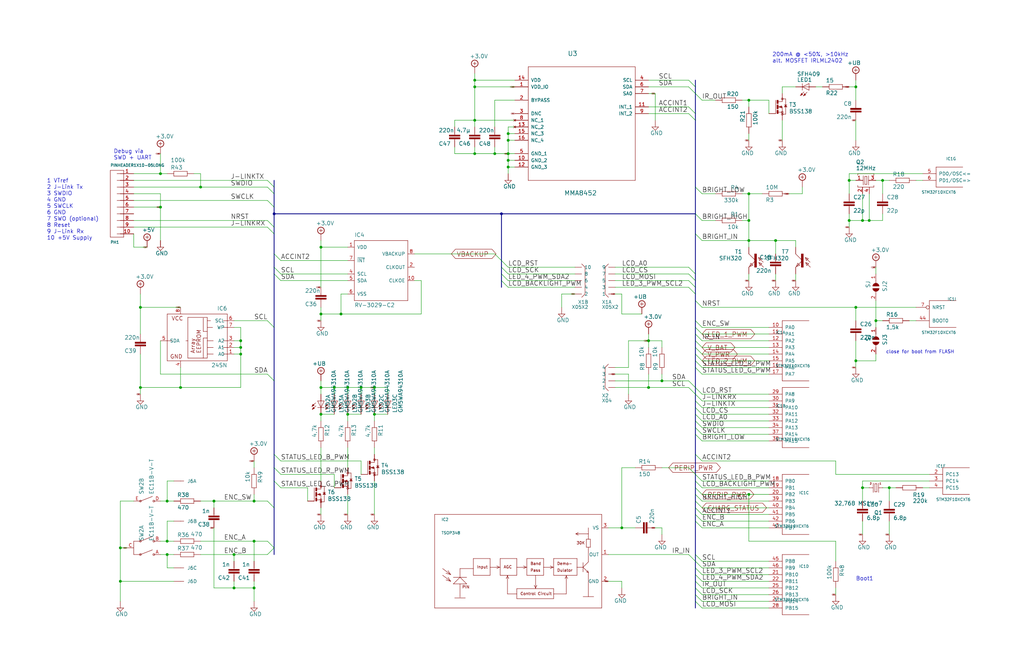
<source format=kicad_sch>
(kicad_sch (version 20211123) (generator eeschema)
  (paper "User" 389.026 254.254)
  (junction (at 127 147.32))
  (junction (at 121.92 157.48))
  (junction (at 284.48 38.1))
  (junction (at 96.52 223.52))
  (junction (at 60.96 66.04))
  (junction (at 180.34 30.48))
  (junction (at 104.14 81.28))
  (junction (at 284.48 187.96))
  (junction (at 180.34 45.72))
  (junction (at 337.82 185.42))
  (junction (at 121.92 147.32))
  (junction (at 284.48 83.82))
  (junction (at 284.48 73.66))
  (junction (at 187.96 58.42))
  (junction (at 193.04 53.34))
  (junction (at 91.44 134.62))
  (junction (at 142.24 157.48))
  (junction (at 322.58 83.82))
  (junction (at 137.16 147.32))
  (junction (at 284.48 91.44))
  (junction (at 193.04 50.8))
  (junction (at 193.04 63.5))
  (junction (at 88.9 223.52))
  (junction (at 294.64 91.44))
  (junction (at 68.58 147.32))
  (junction (at 193.04 58.42))
  (junction (at 121.92 93.98))
  (junction (at 45.72 220.98))
  (junction (at 81.28 190.5))
  (junction (at 45.72 208.28))
  (junction (at 60.96 78.74))
  (junction (at 335.28 68.58))
  (junction (at 121.92 119.38))
  (junction (at 330.2 83.82))
  (junction (at 236.22 200.66))
  (junction (at 53.34 116.84))
  (junction (at 246.38 129.54))
  (junction (at 180.34 58.42))
  (junction (at 327.66 185.42))
  (junction (at 96.52 205.74))
  (junction (at 63.5 190.5))
  (junction (at 129.54 119.38))
  (junction (at 190.5 81.28))
  (junction (at 325.12 33.02))
  (junction (at 76.2 71.12))
  (junction (at 325.12 137.16))
  (junction (at 142.24 147.32))
  (junction (at 332.74 121.92))
  (junction (at 193.04 60.96))
  (junction (at 327.66 83.82))
  (junction (at 91.44 132.08))
  (junction (at 63.5 205.74))
  (junction (at 88.9 210.82))
  (junction (at 91.44 129.54))
  (junction (at 132.08 157.48))
  (junction (at 246.38 147.32))
  (junction (at 96.52 190.5))
  (junction (at 132.08 147.32))
  (junction (at 180.34 33.02))
  (junction (at 63.5 210.82))
  (junction (at 53.34 147.32))
  (junction (at 251.46 144.78))
  (junction (at 325.12 116.84))
  (junction (at 322.58 68.58))
  (bus_entry (at 101.6 68.58) (size 2.54 2.54))
  (bus_entry (at 264.16 165.1) (size 2.54 2.54))
  (bus_entry (at 264.16 147.32) (size 2.54 2.54))
  (bus_entry (at 101.6 83.82) (size 2.54 2.54))
  (bus_entry (at 264.16 124.46) (size 2.54 2.54))
  (bus_entry (at 101.6 210.82) (size 2.54 -2.54))
  (bus_entry (at 187.96 96.52) (size 2.54 2.54))
  (bus_entry (at 101.6 71.12) (size 2.54 2.54))
  (bus_entry (at 264.16 114.3) (size 2.54 2.54))
  (bus_entry (at 261.62 43.18) (size 2.54 2.54))
  (bus_entry (at 264.16 210.82) (size 2.54 2.54))
  (bus_entry (at 261.62 40.64) (size 2.54 2.54))
  (bus_entry (at 264.16 157.48) (size 2.54 2.54))
  (bus_entry (at 264.16 198.12) (size 2.54 2.54))
  (bus_entry (at 264.16 218.44) (size 2.54 2.54))
  (bus_entry (at 190.5 99.06) (size 2.54 2.54))
  (bus_entry (at 261.62 109.22) (size 2.54 2.54))
  (bus_entry (at 264.16 71.12) (size 2.54 2.54))
  (bus_entry (at 264.16 149.86) (size 2.54 2.54))
  (bus_entry (at 101.6 86.36) (size 2.54 2.54))
  (bus_entry (at 264.16 152.4) (size 2.54 2.54))
  (bus_entry (at 264.16 215.9) (size 2.54 2.54))
  (bus_entry (at 264.16 139.7) (size 2.54 2.54))
  (bus_entry (at 190.5 104.14) (size 2.54 2.54))
  (bus_entry (at 264.16 172.72) (size 2.54 2.54))
  (bus_entry (at 104.14 101.6) (size 2.54 2.54))
  (bus_entry (at 101.6 205.74) (size 2.54 2.54))
  (bus_entry (at 264.16 88.9) (size 2.54 2.54))
  (bus_entry (at 104.14 104.14) (size 2.54 2.54))
  (bus_entry (at 264.16 223.52) (size 2.54 2.54))
  (bus_entry (at 264.16 121.92) (size 2.54 2.54))
  (bus_entry (at 101.6 190.5) (size 2.54 2.54))
  (bus_entry (at 264.16 127) (size 2.54 2.54))
  (bus_entry (at 261.62 30.48) (size 2.54 2.54))
  (bus_entry (at 261.62 210.82) (size 2.54 2.54))
  (bus_entry (at 264.16 132.08) (size 2.54 2.54))
  (bus_entry (at 104.14 96.52) (size 2.54 2.54))
  (bus_entry (at 261.62 144.78) (size 2.54 2.54))
  (bus_entry (at 264.16 35.56) (size 2.54 2.54))
  (bus_entry (at 264.16 190.5) (size 2.54 2.54))
  (bus_entry (at 190.5 106.68) (size 2.54 2.54))
  (bus_entry (at 264.16 213.36) (size 2.54 2.54))
  (bus_entry (at 264.16 185.42) (size 2.54 2.54))
  (bus_entry (at 264.16 134.62) (size 2.54 2.54))
  (bus_entry (at 264.16 187.96) (size 2.54 2.54))
  (bus_entry (at 261.62 33.02) (size 2.54 2.54))
  (bus_entry (at 101.6 142.24) (size 2.54 2.54))
  (bus_entry (at 264.16 193.04) (size 2.54 2.54))
  (bus_entry (at 104.14 177.8) (size 2.54 2.54))
  (bus_entry (at 264.16 160.02) (size 2.54 2.54))
  (bus_entry (at 190.5 101.6) (size 2.54 2.54))
  (bus_entry (at 261.62 177.8) (size 2.54 2.54))
  (bus_entry (at 264.16 226.06) (size 2.54 2.54))
  (bus_entry (at 101.6 76.2) (size 2.54 2.54))
  (bus_entry (at 261.62 101.6) (size 2.54 2.54))
  (bus_entry (at 264.16 228.6) (size 2.54 2.54))
  (bus_entry (at 264.16 195.58) (size 2.54 2.54))
  (bus_entry (at 264.16 162.56) (size 2.54 2.54))
  (bus_entry (at 261.62 147.32) (size 2.54 2.54))
  (bus_entry (at 101.6 121.92) (size 2.54 2.54))
  (bus_entry (at 264.16 137.16) (size 2.54 2.54))
  (bus_entry (at 104.14 172.72) (size 2.54 2.54))
  (bus_entry (at 261.62 104.14) (size 2.54 2.54))
  (bus_entry (at 264.16 182.88) (size 2.54 2.54))
  (bus_entry (at 261.62 106.68) (size 2.54 2.54))
  (bus_entry (at 264.16 154.94) (size 2.54 2.54))
  (bus_entry (at 104.14 182.88) (size 2.54 2.54))
  (bus_entry (at 264.16 220.98) (size 2.54 2.54))
  (bus_entry (at 264.16 129.54) (size 2.54 2.54))
  (bus_entry (at 264.16 81.28) (size 2.54 2.54))
  (bus_entry (at 264.16 180.34) (size 2.54 2.54))
  (wire (pts (xy 180.34 30.48) (xy 180.34 27.94)))
  (wire (pts (xy 66.04 215.9) (xy 63.5 215.9)))
  (bus (pts (xy 264.16 127) (xy 264.16 129.54)))
  (wire (pts (xy 284.48 38.1) (xy 281.94 38.1)))
  (wire (pts (xy 238.76 142.24) (xy 238.76 149.86)))
  (wire (pts (xy 157.48 106.68) (xy 160.02 106.68)))
  (wire (pts (xy 187.96 58.42) (xy 193.04 58.42)))
  (wire (pts (xy 335.28 68.58) (xy 337.82 68.58)))
  (bus (pts (xy 264.16 139.7) (xy 264.16 147.32)))
  (wire (pts (xy 294.64 96.52) (xy 294.64 91.44)))
  (wire (pts (xy 246.38 35.56) (xy 248.92 35.56)))
  (wire (pts (xy 271.78 38.1) (xy 266.7 38.1)))
  (wire (pts (xy 121.92 109.22) (xy 121.92 93.98)))
  (wire (pts (xy 48.26 208.28) (xy 45.72 208.28)))
  (wire (pts (xy 241.3 177.8) (xy 236.22 177.8)))
  (wire (pts (xy 236.22 177.8) (xy 236.22 200.66)))
  (wire (pts (xy 76.2 71.12) (xy 101.6 71.12)))
  (bus (pts (xy 104.14 88.9) (xy 104.14 96.52)))
  (bus (pts (xy 104.14 78.74) (xy 104.14 81.28)))
  (wire (pts (xy 81.28 200.66) (xy 81.28 223.52)))
  (wire (pts (xy 248.92 35.56) (xy 248.92 45.72)))
  (wire (pts (xy 195.58 63.5) (xy 193.04 63.5)))
  (wire (pts (xy 233.68 147.32) (xy 246.38 147.32)))
  (wire (pts (xy 96.52 187.96) (xy 96.52 190.5)))
  (wire (pts (xy 238.76 139.7) (xy 238.76 129.54)))
  (wire (pts (xy 284.48 91.44) (xy 266.7 91.44)))
  (wire (pts (xy 88.9 132.08) (xy 91.44 132.08)))
  (wire (pts (xy 322.58 68.58) (xy 322.58 73.66)))
  (wire (pts (xy 353.06 180.34) (xy 317.5 180.34)))
  (wire (pts (xy 91.44 132.08) (xy 91.44 134.62)))
  (wire (pts (xy 132.08 106.68) (xy 106.68 106.68)))
  (bus (pts (xy 264.16 149.86) (xy 264.16 152.4)))
  (wire (pts (xy 246.38 43.18) (xy 261.62 43.18)))
  (bus (pts (xy 264.16 223.52) (xy 264.16 226.06)))
  (wire (pts (xy 330.2 185.42) (xy 327.66 185.42)))
  (wire (pts (xy 218.44 106.68) (xy 193.04 106.68)))
  (wire (pts (xy 121.92 121.92) (xy 121.92 119.38)))
  (wire (pts (xy 88.9 134.62) (xy 91.44 134.62)))
  (wire (pts (xy 66.04 190.5) (xy 63.5 190.5)))
  (wire (pts (xy 322.58 33.02) (xy 325.12 33.02)))
  (wire (pts (xy 292.1 193.04) (xy 266.7 193.04)))
  (wire (pts (xy 292.1 154.94) (xy 266.7 154.94)))
  (wire (pts (xy 68.58 139.7) (xy 68.58 147.32)))
  (wire (pts (xy 233.68 104.14) (xy 261.62 104.14)))
  (wire (pts (xy 60.96 66.04) (xy 50.8 66.04)))
  (wire (pts (xy 127 180.34) (xy 106.68 180.34)))
  (wire (pts (xy 60.96 73.66) (xy 50.8 73.66)))
  (wire (pts (xy 294.64 91.44) (xy 284.48 91.44)))
  (bus (pts (xy 264.16 147.32) (xy 264.16 149.86)))
  (wire (pts (xy 81.28 193.04) (xy 81.28 190.5)))
  (bus (pts (xy 264.16 195.58) (xy 264.16 198.12)))
  (wire (pts (xy 50.8 78.74) (xy 60.96 78.74)))
  (wire (pts (xy 325.12 68.58) (xy 322.58 68.58)))
  (wire (pts (xy 160.02 119.38) (xy 129.54 119.38)))
  (wire (pts (xy 132.08 147.32) (xy 127 147.32)))
  (wire (pts (xy 60.96 58.42) (xy 60.96 66.04)))
  (wire (pts (xy 236.22 119.38) (xy 243.84 119.38)))
  (bus (pts (xy 264.16 180.34) (xy 264.16 182.88)))
  (wire (pts (xy 246.38 30.48) (xy 261.62 30.48)))
  (wire (pts (xy 88.9 223.52) (xy 88.9 220.98)))
  (bus (pts (xy 264.16 172.72) (xy 264.16 180.34)))
  (wire (pts (xy 127 149.86) (xy 127 147.32)))
  (wire (pts (xy 292.1 149.86) (xy 266.7 149.86)))
  (bus (pts (xy 104.14 144.78) (xy 104.14 172.72)))
  (wire (pts (xy 63.5 215.9) (xy 63.5 210.82)))
  (wire (pts (xy 292.1 185.42) (xy 266.7 185.42)))
  (wire (pts (xy 218.44 104.14) (xy 193.04 104.14)))
  (bus (pts (xy 190.5 101.6) (xy 190.5 104.14)))
  (wire (pts (xy 281.94 83.82) (xy 284.48 83.82)))
  (wire (pts (xy 157.48 96.52) (xy 187.96 96.52)))
  (wire (pts (xy 195.58 60.96) (xy 193.04 60.96)))
  (wire (pts (xy 297.18 53.34) (xy 297.18 45.72)))
  (wire (pts (xy 292.1 228.6) (xy 266.7 228.6)))
  (bus (pts (xy 264.16 106.68) (xy 264.16 109.22)))
  (wire (pts (xy 246.38 132.08) (xy 246.38 129.54)))
  (wire (pts (xy 325.12 116.84) (xy 325.12 121.92)))
  (wire (pts (xy 60.96 129.54) (xy 60.96 142.24)))
  (wire (pts (xy 284.48 187.96) (xy 284.48 205.74)))
  (wire (pts (xy 332.74 137.16) (xy 325.12 137.16)))
  (wire (pts (xy 53.34 149.86) (xy 53.34 147.32)))
  (wire (pts (xy 353.06 182.88) (xy 327.66 182.88)))
  (wire (pts (xy 236.22 200.66) (xy 231.14 200.66)))
  (wire (pts (xy 248.92 200.66) (xy 251.46 200.66)))
  (wire (pts (xy 332.74 68.58) (xy 335.28 68.58)))
  (wire (pts (xy 292.1 182.88) (xy 266.7 182.88)))
  (wire (pts (xy 172.72 48.26) (xy 172.72 45.72)))
  (wire (pts (xy 142.24 170.18) (xy 142.24 172.72)))
  (wire (pts (xy 76.2 190.5) (xy 81.28 190.5)))
  (wire (pts (xy 137.16 175.26) (xy 137.16 180.34)))
  (wire (pts (xy 50.8 190.5) (xy 45.72 190.5)))
  (bus (pts (xy 264.16 187.96) (xy 264.16 190.5)))
  (wire (pts (xy 317.5 180.34) (xy 317.5 175.26)))
  (wire (pts (xy 233.68 111.76) (xy 236.22 111.76)))
  (wire (pts (xy 137.16 157.48) (xy 132.08 157.48)))
  (wire (pts (xy 322.58 83.82) (xy 322.58 81.28)))
  (wire (pts (xy 292.1 167.64) (xy 266.7 167.64)))
  (wire (pts (xy 309.88 33.02) (xy 312.42 33.02)))
  (wire (pts (xy 180.34 55.88) (xy 180.34 58.42)))
  (wire (pts (xy 195.58 58.42) (xy 193.04 58.42)))
  (wire (pts (xy 241.3 200.66) (xy 236.22 200.66)))
  (wire (pts (xy 332.74 121.92) (xy 332.74 124.46)))
  (wire (pts (xy 172.72 58.42) (xy 180.34 58.42)))
  (bus (pts (xy 104.14 124.46) (xy 104.14 144.78)))
  (wire (pts (xy 121.92 93.98) (xy 121.92 91.44)))
  (wire (pts (xy 330.2 73.66) (xy 330.2 83.82)))
  (wire (pts (xy 345.44 121.92) (xy 347.98 121.92)))
  (bus (pts (xy 264.16 71.12) (xy 264.16 81.28)))
  (wire (pts (xy 292.1 139.7) (xy 266.7 139.7)))
  (wire (pts (xy 193.04 50.8) (xy 193.04 48.26)))
  (bus (pts (xy 264.16 226.06) (xy 264.16 228.6)))
  (wire (pts (xy 231.14 220.98) (xy 236.22 220.98)))
  (wire (pts (xy 180.34 45.72) (xy 180.34 48.26)))
  (wire (pts (xy 45.72 220.98) (xy 45.72 228.6)))
  (wire (pts (xy 350.52 66.04) (xy 322.58 66.04)))
  (wire (pts (xy 322.58 86.36) (xy 322.58 83.82)))
  (wire (pts (xy 50.8 68.58) (xy 101.6 68.58)))
  (wire (pts (xy 271.78 73.66) (xy 266.7 73.66)))
  (bus (pts (xy 264.16 213.36) (xy 264.16 215.9)))
  (bus (pts (xy 104.14 172.72) (xy 104.14 177.8)))
  (wire (pts (xy 193.04 58.42) (xy 193.04 60.96)))
  (wire (pts (xy 63.5 66.04) (xy 60.96 66.04)))
  (bus (pts (xy 264.16 114.3) (xy 264.16 121.92)))
  (bus (pts (xy 264.16 111.76) (xy 264.16 114.3)))
  (wire (pts (xy 132.08 149.86) (xy 132.08 147.32)))
  (wire (pts (xy 88.9 121.92) (xy 101.6 121.92)))
  (wire (pts (xy 322.58 66.04) (xy 322.58 68.58)))
  (wire (pts (xy 302.26 93.98) (xy 302.26 91.44)))
  (wire (pts (xy 121.92 170.18) (xy 121.92 182.88)))
  (wire (pts (xy 292.1 43.18) (xy 292.1 38.1)))
  (wire (pts (xy 332.74 101.6) (xy 332.74 104.14)))
  (wire (pts (xy 76.2 66.04) (xy 76.2 71.12)))
  (wire (pts (xy 246.38 129.54) (xy 246.38 127)))
  (wire (pts (xy 81.28 190.5) (xy 96.52 190.5)))
  (bus (pts (xy 264.16 162.56) (xy 264.16 165.1)))
  (wire (pts (xy 251.46 132.08) (xy 251.46 129.54)))
  (wire (pts (xy 292.1 132.08) (xy 266.7 132.08)))
  (wire (pts (xy 292.1 160.02) (xy 266.7 160.02)))
  (wire (pts (xy 195.58 53.34) (xy 193.04 53.34)))
  (bus (pts (xy 264.16 152.4) (xy 264.16 154.94)))
  (wire (pts (xy 121.92 147.32) (xy 121.92 144.78)))
  (wire (pts (xy 231.14 210.82) (xy 261.62 210.82)))
  (wire (pts (xy 325.12 33.02) (xy 325.12 30.48)))
  (bus (pts (xy 104.14 177.8) (xy 104.14 182.88)))
  (wire (pts (xy 88.9 124.46) (xy 91.44 124.46)))
  (wire (pts (xy 172.72 55.88) (xy 172.72 58.42)))
  (wire (pts (xy 218.44 101.6) (xy 193.04 101.6)))
  (wire (pts (xy 50.8 76.2) (xy 101.6 76.2)))
  (wire (pts (xy 193.04 53.34) (xy 193.04 50.8)))
  (wire (pts (xy 218.44 109.22) (xy 193.04 109.22)))
  (wire (pts (xy 337.82 185.42) (xy 340.36 185.42)))
  (bus (pts (xy 264.16 210.82) (xy 264.16 213.36)))
  (bus (pts (xy 264.16 228.6) (xy 264.16 231.14)))
  (wire (pts (xy 292.1 187.96) (xy 284.48 187.96)))
  (bus (pts (xy 264.16 132.08) (xy 264.16 134.62)))
  (wire (pts (xy 337.82 190.5) (xy 337.82 185.42)))
  (bus (pts (xy 190.5 104.14) (xy 190.5 106.68)))
  (wire (pts (xy 292.1 137.16) (xy 266.7 137.16)))
  (wire (pts (xy 292.1 134.62) (xy 266.7 134.62)))
  (wire (pts (xy 81.28 223.52) (xy 88.9 223.52)))
  (wire (pts (xy 289.56 73.66) (xy 284.48 73.66)))
  (wire (pts (xy 294.64 106.68) (xy 294.64 104.14)))
  (wire (pts (xy 246.38 33.02) (xy 261.62 33.02)))
  (wire (pts (xy 233.68 142.24) (xy 238.76 142.24)))
  (wire (pts (xy 50.8 93.98) (xy 50.8 88.9)))
  (wire (pts (xy 271.78 83.82) (xy 266.7 83.82)))
  (wire (pts (xy 284.48 106.68) (xy 284.48 104.14)))
  (bus (pts (xy 264.16 33.02) (xy 264.16 35.56)))
  (bus (pts (xy 264.16 43.18) (xy 264.16 45.72)))
  (wire (pts (xy 284.48 53.34) (xy 284.48 50.8)))
  (bus (pts (xy 264.16 220.98) (xy 264.16 223.52)))
  (wire (pts (xy 347.98 116.84) (xy 325.12 116.84)))
  (wire (pts (xy 317.5 205.74) (xy 317.5 213.36)))
  (wire (pts (xy 292.1 198.12) (xy 266.7 198.12)))
  (wire (pts (xy 96.52 175.26) (xy 96.52 177.8)))
  (wire (pts (xy 116.84 185.42) (xy 116.84 190.5)))
  (wire (pts (xy 236.22 111.76) (xy 236.22 119.38)))
  (bus (pts (xy 264.16 165.1) (xy 264.16 172.72)))
  (wire (pts (xy 292.1 226.06) (xy 266.7 226.06)))
  (wire (pts (xy 292.1 165.1) (xy 266.7 165.1)))
  (wire (pts (xy 53.34 116.84) (xy 53.34 111.76)))
  (bus (pts (xy 104.14 68.58) (xy 104.14 71.12)))
  (bus (pts (xy 264.16 134.62) (xy 264.16 137.16)))
  (wire (pts (xy 292.1 129.54) (xy 266.7 129.54)))
  (wire (pts (xy 325.12 139.7) (xy 325.12 137.16)))
  (bus (pts (xy 264.16 35.56) (xy 264.16 43.18)))
  (wire (pts (xy 121.92 195.58) (xy 121.92 193.04)))
  (wire (pts (xy 292.1 215.9) (xy 266.7 215.9)))
  (wire (pts (xy 68.58 116.84) (xy 53.34 116.84)))
  (wire (pts (xy 60.96 142.24) (xy 101.6 142.24)))
  (wire (pts (xy 63.5 198.12) (xy 63.5 205.74)))
  (wire (pts (xy 116.84 185.42) (xy 106.68 185.42)))
  (wire (pts (xy 281.94 73.66) (xy 284.48 73.66)))
  (wire (pts (xy 292.1 231.14) (xy 266.7 231.14)))
  (wire (pts (xy 292.1 38.1) (xy 284.48 38.1)))
  (wire (pts (xy 292.1 127) (xy 266.7 127)))
  (wire (pts (xy 297.18 35.56) (xy 297.18 33.02)))
  (bus (pts (xy 104.14 96.52) (xy 104.14 101.6)))
  (wire (pts (xy 233.68 139.7) (xy 238.76 139.7)))
  (wire (pts (xy 91.44 147.32) (xy 68.58 147.32)))
  (bus (pts (xy 264.16 45.72) (xy 264.16 71.12)))
  (wire (pts (xy 60.96 78.74) (xy 60.96 91.44)))
  (wire (pts (xy 121.92 119.38) (xy 121.92 116.84)))
  (wire (pts (xy 302.26 106.68) (xy 302.26 104.14)))
  (wire (pts (xy 172.72 45.72) (xy 180.34 45.72)))
  (wire (pts (xy 292.1 157.48) (xy 266.7 157.48)))
  (wire (pts (xy 187.96 55.88) (xy 187.96 58.42)))
  (wire (pts (xy 45.72 208.28) (xy 45.72 220.98)))
  (wire (pts (xy 187.96 48.26) (xy 187.96 38.1)))
  (wire (pts (xy 96.52 190.5) (xy 101.6 190.5)))
  (wire (pts (xy 55.88 93.98) (xy 50.8 93.98)))
  (wire (pts (xy 284.48 40.64) (xy 284.48 38.1)))
  (wire (pts (xy 284.48 187.96) (xy 266.7 187.96)))
  (wire (pts (xy 332.74 114.3) (xy 332.74 121.92)))
  (bus (pts (xy 264.16 160.02) (xy 264.16 162.56)))
  (wire (pts (xy 180.34 45.72) (xy 180.34 33.02)))
  (wire (pts (xy 284.48 83.82) (xy 284.48 91.44)))
  (bus (pts (xy 264.16 121.92) (xy 264.16 124.46)))
  (wire (pts (xy 330.2 83.82) (xy 327.66 83.82)))
  (wire (pts (xy 88.9 129.54) (xy 91.44 129.54)))
  (bus (pts (xy 264.16 218.44) (xy 264.16 220.98)))
  (wire (pts (xy 53.34 127) (xy 53.34 116.84)))
  (bus (pts (xy 190.5 81.28) (xy 104.14 81.28)))
  (wire (pts (xy 137.16 149.86) (xy 137.16 147.32)))
  (wire (pts (xy 218.44 111.76) (xy 213.36 111.76)))
  (wire (pts (xy 147.32 147.32) (xy 147.32 149.86)))
  (wire (pts (xy 292.1 218.44) (xy 266.7 218.44)))
  (wire (pts (xy 180.34 58.42) (xy 187.96 58.42)))
  (wire (pts (xy 299.72 73.66) (xy 304.8 73.66)))
  (wire (pts (xy 91.44 124.46) (xy 91.44 129.54)))
  (wire (pts (xy 142.24 157.48) (xy 142.24 160.02)))
  (wire (pts (xy 63.5 190.5) (xy 60.96 190.5)))
  (wire (pts (xy 284.48 91.44) (xy 284.48 93.98)))
  (wire (pts (xy 63.5 182.88) (xy 63.5 190.5)))
  (wire (pts (xy 187.96 38.1) (xy 195.58 38.1)))
  (wire (pts (xy 297.18 33.02) (xy 302.26 33.02)))
  (wire (pts (xy 91.44 134.62) (xy 91.44 147.32)))
  (bus (pts (xy 264.16 124.46) (xy 264.16 127)))
  (wire (pts (xy 251.46 129.54) (xy 246.38 129.54)))
  (wire (pts (xy 246.38 40.64) (xy 261.62 40.64)))
  (bus (pts (xy 264.16 154.94) (xy 264.16 157.48)))
  (bus (pts (xy 264.16 88.9) (xy 264.16 104.14)))
  (bus (pts (xy 104.14 182.88) (xy 104.14 193.04)))
  (wire (pts (xy 142.24 147.32) (xy 147.32 147.32)))
  (wire (pts (xy 142.24 147.32) (xy 137.16 147.32)))
  (wire (pts (xy 50.8 71.12) (xy 76.2 71.12)))
  (wire (pts (xy 246.38 142.24) (xy 246.38 147.32)))
  (wire (pts (xy 73.66 66.04) (xy 76.2 66.04)))
  (wire (pts (xy 195.58 45.72) (xy 180.34 45.72)))
  (wire (pts (xy 63.5 205.74) (xy 60.96 205.74)))
  (wire (pts (xy 332.74 134.62) (xy 332.74 137.16)))
  (bus (pts (xy 264.16 185.42) (xy 264.16 187.96)))
  (wire (pts (xy 335.28 121.92) (xy 332.74 121.92)))
  (bus (pts (xy 190.5 99.06) (xy 190.5 101.6)))
  (wire (pts (xy 233.68 101.6) (xy 261.62 101.6)))
  (wire (pts (xy 68.58 147.32) (xy 53.34 147.32)))
  (wire (pts (xy 121.92 149.86) (xy 121.92 147.32)))
  (wire (pts (xy 60.96 78.74) (xy 60.96 73.66)))
  (wire (pts (xy 88.9 213.36) (xy 88.9 210.82)))
  (wire (pts (xy 292.1 190.5) (xy 266.7 190.5)))
  (wire (pts (xy 76.2 210.82) (xy 88.9 210.82)))
  (wire (pts (xy 91.44 129.54) (xy 91.44 132.08)))
  (wire (pts (xy 127 157.48) (xy 121.92 157.48)))
  (wire (pts (xy 132.08 104.14) (xy 106.68 104.14)))
  (wire (pts (xy 292.1 124.46) (xy 266.7 124.46)))
  (wire (pts (xy 292.1 223.52) (xy 266.7 223.52)))
  (wire (pts (xy 325.12 33.02) (xy 325.12 38.1)))
  (wire (pts (xy 266.7 116.84) (xy 325.12 116.84)))
  (wire (pts (xy 251.46 144.78) (xy 261.62 144.78)))
  (wire (pts (xy 76.2 205.74) (xy 96.52 205.74)))
  (bus (pts (xy 190.5 106.68) (xy 190.5 109.22)))
  (wire (pts (xy 66.04 210.82) (xy 63.5 210.82)))
  (wire (pts (xy 137.16 175.26) (xy 106.68 175.26)))
  (wire (pts (xy 195.58 33.02) (xy 180.34 33.02)))
  (wire (pts (xy 66.04 182.88) (xy 63.5 182.88)))
  (bus (pts (xy 264.16 129.54) (xy 264.16 132.08)))
  (wire (pts (xy 335.28 81.28) (xy 335.28 83.82)))
  (wire (pts (xy 251.46 177.8) (xy 261.62 177.8)))
  (wire (pts (xy 88.9 210.82) (xy 101.6 210.82)))
  (wire (pts (xy 236.22 220.98) (xy 236.22 223.52)))
  (wire (pts (xy 304.8 73.66) (xy 304.8 71.12)))
  (wire (pts (xy 284.48 73.66) (xy 284.48 83.82)))
  (wire (pts (xy 335.28 73.66) (xy 335.28 68.58)))
  (wire (pts (xy 335.28 83.82) (xy 330.2 83.82)))
  (bus (pts (xy 264.16 81.28) (xy 264.16 88.9)))
  (wire (pts (xy 251.46 144.78) (xy 233.68 144.78)))
  (wire (pts (xy 302.26 91.44) (xy 294.64 91.44)))
  (wire (pts (xy 96.52 223.52) (xy 96.52 220.98)))
  (wire (pts (xy 327.66 182.88) (xy 327.66 185.42)))
  (wire (pts (xy 195.58 30.48) (xy 180.34 30.48)))
  (wire (pts (xy 132.08 195.58) (xy 132.08 187.96)))
  (wire (pts (xy 251.46 144.78) (xy 251.46 142.24)))
  (wire (pts (xy 50.8 86.36) (xy 101.6 86.36)))
  (wire (pts (xy 325.12 45.72) (xy 325.12 53.34)))
  (wire (pts (xy 327.66 73.66) (xy 327.66 83.82)))
  (wire (pts (xy 195.58 50.8) (xy 193.04 50.8)))
  (wire (pts (xy 142.24 149.86) (xy 142.24 147.32)))
  (wire (pts (xy 325.12 137.16) (xy 325.12 129.54)))
  (bus (pts (xy 104.14 101.6) (xy 104.14 104.14)))
  (wire (pts (xy 132.08 157.48) (xy 132.08 160.02)))
  (bus (pts (xy 264.16 215.9) (xy 264.16 218.44)))
  (wire (pts (xy 292.1 142.24) (xy 266.7 142.24)))
  (wire (pts (xy 127 147.32) (xy 121.92 147.32)))
  (bus (pts (xy 264.16 182.88) (xy 264.16 185.42)))
  (wire (pts (xy 50.8 83.82) (xy 101.6 83.82)))
  (wire (pts (xy 193.04 58.42) (xy 193.04 53.34)))
  (wire (pts (xy 121.92 157.48) (xy 121.92 160.02)))
  (wire (pts (xy 137.16 147.32) (xy 132.08 147.32)))
  (wire (pts (xy 96.52 223.52) (xy 96.52 228.6)))
  (wire (pts (xy 317.5 226.06) (xy 317.5 223.52)))
  (bus (pts (xy 264.16 137.16) (xy 264.16 139.7)))
  (bus (pts (xy 264.16 30.48) (xy 264.16 33.02)))
  (wire (pts (xy 53.34 147.32) (xy 53.34 134.62)))
  (bus (pts (xy 264.16 190.5) (xy 264.16 193.04)))
  (wire (pts (xy 233.68 106.68) (xy 261.62 106.68)))
  (wire (pts (xy 350.52 185.42) (xy 353.06 185.42)))
  (wire (pts (xy 193.04 48.26) (xy 195.58 48.26)))
  (wire (pts (xy 132.08 111.76) (xy 129.54 111.76)))
  (bus (pts (xy 264.16 109.22) (xy 264.16 111.76)))
  (bus (pts (xy 104.14 193.04) (xy 104.14 208.28)))
  (wire (pts (xy 292.1 220.98) (xy 266.7 220.98)))
  (wire (pts (xy 96.52 213.36) (xy 96.52 205.74)))
  (wire (pts (xy 233.68 109.22) (xy 261.62 109.22)))
  (wire (pts (xy 327.66 203.2) (xy 327.66 198.12)))
  (wire (pts (xy 327.66 185.42) (xy 327.66 190.5)))
  (wire (pts (xy 121.92 119.38) (xy 129.54 119.38)))
  (bus (pts (xy 104.14 86.36) (xy 104.14 88.9)))
  (wire (pts (xy 132.08 93.98) (xy 121.92 93.98)))
  (bus (pts (xy 104.14 104.14) (xy 104.14 124.46)))
  (wire (pts (xy 132.08 99.06) (xy 106.68 99.06)))
  (wire (pts (xy 347.98 68.58) (xy 350.52 68.58)))
  (bus (pts (xy 264.16 157.48) (xy 264.16 160.02)))
  (wire (pts (xy 266.7 162.56) (xy 292.1 162.56)))
  (wire (pts (xy 132.08 170.18) (xy 132.08 177.8)))
  (wire (pts (xy 66.04 205.74) (xy 63.5 205.74)))
  (wire (pts (xy 147.32 157.48) (xy 142.24 157.48)))
  (bus (pts (xy 104.14 71.12) (xy 104.14 73.66)))
  (wire (pts (xy 292.1 195.58) (xy 266.7 195.58)))
  (bus (pts (xy 264.16 81.28) (xy 190.5 81.28)))
  (bus (pts (xy 104.14 81.28) (xy 104.14 86.36)))
  (wire (pts (xy 238.76 129.54) (xy 246.38 129.54)))
  (bus (pts (xy 264.16 193.04) (xy 264.16 195.58)))
  (wire (pts (xy 63.5 210.82) (xy 60.96 210.82)))
  (wire (pts (xy 66.04 198.12) (xy 63.5 198.12)))
  (wire (pts (xy 45.72 190.5) (xy 45.72 208.28)))
  (wire (pts (xy 96.52 205.74) (xy 101.6 205.74)))
  (wire (pts (xy 88.9 223.52) (xy 96.52 223.52)))
  (wire (pts (xy 66.04 220.98) (xy 45.72 220.98)))
  (wire (pts (xy 337.82 203.2) (xy 337.82 198.12)))
  (wire (pts (xy 127 180.34) (xy 127 185.42)))
  (wire (pts (xy 129.54 111.76) (xy 129.54 119.38)))
  (wire (pts (xy 292.1 200.66) (xy 266.7 200.66)))
  (wire (pts (xy 193.04 63.5) (xy 193.04 66.04)))
  (wire (pts (xy 142.24 195.58) (xy 142.24 182.88)))
  (wire (pts (xy 292.1 152.4) (xy 266.7 152.4)))
  (wire (pts (xy 292.1 213.36) (xy 266.7 213.36)))
  (wire (pts (xy 284.48 205.74) (xy 317.5 205.74)))
  (wire (pts (xy 335.28 185.42) (xy 337.82 185.42)))
  (bus (pts (xy 264.16 104.14) (xy 264.16 106.68)))
  (bus (pts (xy 104.14 73.66) (xy 104.14 78.74)))
  (bus (pts (xy 190.5 81.28) (xy 190.5 99.06)))
  (wire (pts (xy 213.36 111.76) (xy 213.36 116.84)))
  (bus (pts (xy 264.16 198.12) (xy 264.16 210.82)))
  (bus (pts (xy 104.14 208.28) (xy 104.14 210.82)))
  (wire (pts (xy 327.66 83.82) (xy 322.58 83.82)))
  (wire (pts (xy 251.46 200.66) (xy 251.46 203.2)))
  (wire (pts (xy 180.34 33.02) (xy 180.34 30.48)))
  (wire (pts (xy 246.38 147.32) (xy 261.62 147.32)))
  (wire (pts (xy 193.04 60.96) (xy 193.04 63.5)))
  (wire (pts (xy 160.02 106.68) (xy 160.02 119.38)))
  (wire (pts (xy 317.5 175.26) (xy 266.7 175.26)))
  (text "Debug via\nSWD + UART" (at 43.18 60.96 0) (effects (font (size 1.4986 1.4986)) (justify left bottom)))
  (text "200mA @ <50%, >10kHz\nalt. MOSFET IRLML2402" (at 293.37 24.13 0) (effects (font (size 1.4986 1.4986)) (justify left bottom)))
  (text "close for boot from FLASH" (at 336.55 134.62 0) (effects (font (size 1.27 1.27)) (justify left bottom)))
  (text "Boot1" (at 325.12 220.98 0) (effects (font (size 1.4986 1.4986)) (justify left bottom)))
  (text "1 VTref\n2 J-Link Tx\n3 SWDIO\n4 GND\n5 SWCLK\n6 GND\n7 SWO (optional)\n8 Reset\n9 J-Link Rx\n10 +5V Supply" (at 17.78 91.44 0) (effects (font (size 1.4986 1.4986)) (justify left bottom)))
  (label "BRIGHT_LOW" (at 266.7 73.66 0) (effects (font (size 1.778 1.778))))
  (label "IR_IN" (at 266.7 129.54 0) (effects (font (size 1.778 1.778))))
  (label "SWCLK" (at 87.63 76.2 0) (effects (font (size 1.778 1.778))))
  (label "LCD_RST" (at 193.04 101.6 0) (effects (font (size 1.778 1.778))))
  (label "SDA" (at 106.68 106.68 0) (effects (font (size 1.778 1.778))))
  (label "LCD_RST" (at 266.7 149.86 0) (effects (font (size 1.778 1.778))))
  (label "BRIGHT_HIGH" (at 266.7 190.5 0) (effects (font (size 1.778 1.778))))
  (label "STATUS_LED_G_PWM" (at 106.68 185.42 0) (effects (font (size 1.778 1.778))))
  (label "SCL" (at 106.68 104.14 0) (effects (font (size 1.778 1.778))))
  (label "J-LINKTX" (at 266.7 154.94 0) (effects (font (size 1.778 1.778))))
  (label "ENC_B" (at 85.09 210.82 0) (effects (font (size 1.778 1.778))))
  (label "BRIGHT_IN" (at 266.7 91.44 0) (effects (font (size 1.778 1.778))))
  (label "LCD_BACKLIGHT_PWM" (at 266.7 185.42 0) (effects (font (size 1.778 1.778))))
  (label "ENC_A" (at 85.09 205.74 0) (effects (font (size 1.778 1.778))))
  (label "LCD_CS" (at 266.7 157.48 0) (effects (font (size 1.778 1.778))))
  (label "STATUS_LED_B_PWM" (at 266.7 182.88 0) (effects (font (size 1.778 1.778))))
  (label "ENC_SW" (at 266.7 124.46 0) (effects (font (size 1.778 1.778))))
  (label "ACCINT2" (at 266.7 175.26 0) (effects (font (size 1.778 1.778))))
  (label "IR_OUT" (at 266.7 223.52 0) (effects (font (size 1.778 1.778))))
  (label "STATUS_LED_G_PWM" (at 266.7 142.24 0) (effects (font (size 1.778 1.778))))
  (label "LCD_CS" (at 236.22 104.14 0) (effects (font (size 1.778 1.778))))
  (label "LCD_SCK" (at 266.7 226.06 0) (effects (font (size 1.778 1.778))))
  (label "SCL" (at 255.27 147.32 0) (effects (font (size 1.778 1.778))))
  (label "ENC_B" (at 266.7 198.12 0) (effects (font (size 1.778 1.778))))
  (label "ACCINT1" (at 250.19 40.64 0) (effects (font (size 1.778 1.778))))
  (label "J-LINKTX" (at 87.63 68.58 0) (effects (font (size 1.778 1.778))))
  (label "SCL" (at 250.19 30.48 0) (effects (font (size 1.778 1.778))))
  (label "LCD_MOSI" (at 266.7 231.14 0) (effects (font (size 1.778 1.778))))
  (label "SDA" (at 255.27 144.78 0) (effects (font (size 1.778 1.778))))
  (label "NRST" (at 266.7 116.84 0) (effects (font (size 1.778 1.778))))
  (label "NRST" (at 87.63 83.82 0) (effects (font (size 1.778 1.778))))
  (label "ACCINT2" (at 250.19 43.18 0) (effects (font (size 1.778 1.778))))
  (label "J-LINKRX" (at 266.7 152.4 0) (effects (font (size 1.778 1.778))))
  (label "J-LINKRX" (at 87.63 86.36 0) (effects (font (size 1.778 1.778))))
  (label "BRIGHT_LOW" (at 266.7 167.64 0) (effects (font (size 1.778 1.778))))
  (label "SDA" (at 266.7 215.9 0) (effects (font (size 1.778 1.778))))
  (label "LCD_MOSI" (at 236.22 106.68 0) (effects (font (size 1.778 1.778))))
  (label "SWDIO" (at 266.7 162.56 0) (effects (font (size 1.778 1.778))))
  (label "LED_3_PWM_SCL2" (at 236.22 109.22 0) (effects (font (size 1.778 1.778))))
  (label "STATUS_LED_R_PWM" (at 266.7 139.7 0) (effects (font (size 1.778 1.778))))
  (label "STATUS_LED_R_PWM" (at 106.68 180.34 0) (effects (font (size 1.778 1.778))))
  (label "LCD_A0" (at 266.7 160.02 0) (effects (font (size 1.778 1.778))))
  (label "SWDIO" (at 87.63 71.12 0) (effects (font (size 1.778 1.778))))
  (label "IR_OUT" (at 266.7 38.1 0) (effects (font (size 1.778 1.778))))
  (label "LCD_BACKLIGHT_PWM" (at 193.04 109.22 0) (effects (font (size 1.778 1.778))))
  (label "BRIGHT_IN" (at 266.7 228.6 0) (effects (font (size 1.778 1.778))))
  (label "STATUS_LED_B_PWM" (at 106.68 175.26 0) (effects (font (size 1.778 1.778))))
  (label "BRIGHT_HIGH" (at 266.7 83.82 0) (effects (font (size 1.778 1.778))))
  (label "LCD_A0" (at 236.22 101.6 0) (effects (font (size 1.778 1.778))))
  (label "IR_IN" (at 255.27 210.82 0) (effects (font (size 1.778 1.778))))
  (label "ACCINT1" (at 266.7 195.58 0) (effects (font (size 1.778 1.778))))
  (label "LCD_SCK" (at 193.04 104.14 0) (effects (font (size 1.778 1.778))))
  (label "LED_4_PWM_SDA2" (at 266.7 220.98 0) (effects (font (size 1.778 1.778))))
  (label "ACCINT2" (at 106.68 99.06 0) (effects (font (size 1.778 1.778))))
  (label "ENC_SW" (at 85.09 190.5 0) (effects (font (size 1.778 1.778))))
  (label "LED_3_PWM_SCL2" (at 266.7 218.44 0) (effects (font (size 1.778 1.778))))
  (label "ENC_A" (at 266.7 200.66 0) (effects (font (size 1.778 1.778))))
  (label "SCL" (at 266.7 213.36 0) (effects (font (size 1.778 1.778))))
  (label "SCL" (at 96.52 121.92 0) (effects (font (size 1.778 1.778))))
  (label "SWCLK" (at 266.7 165.1 0) (effects (font (size 1.778 1.778))))
  (label "LED_4_PWM_SDA2" (at 193.04 106.68 0) (effects (font (size 1.778 1.778))))
  (label "SDA" (at 96.52 142.24 0) (effects (font (size 1.778 1.778))))
  (label "SDA" (at 250.19 33.02 0) (effects (font (size 1.778 1.778))))
  (global_label "+UB" (shape bidirectional) (at 142.24 147.32 180) (effects (font (size 0.254 0.254))) (property "Intersheet References" "${INTERSHEET_REFS}" (effects hide)))
  (global_label "GND" (shape bidirectional) (at 284.48 53.34 180) (effects (font (size 0.254 0.254))) (property "Intersheet References" "${INTERSHEET_REFS}" (effects hide)))
  (global_label "GND" (shape bidirectional) (at 48.26 208.28 180) (effects (font (size 0.254 0.254))) (property "Intersheet References" "${INTERSHEET_REFS}" (effects hide)))
  (global_label "VBACKUP" (shape bidirectional) (at 171.45 96.52 0) (effects (font (size 1.778 1.778))) (property "Intersheet References" "${INTERSHEET_REFS}" (effects hide)))
  (global_label "+UB3" (shape bidirectional) (at 246.38 129.54 180) (effects (font (size 0.254 0.254))) (property "Intersheet References" "${INTERSHEET_REFS}" (effects hide)))
  (global_label "GND" (shape bidirectional) (at 60.96 78.74 180) (effects (font (size 0.254 0.254))) (property "Intersheet References" "${INTERSHEET_REFS}" (effects hide)))
  (global_label "LED_2_PWM" (shape bidirectional) (at 266.7 137.16 0) (effects (font (size 1.778 1.778))) (property "Intersheet References" "${INTERSHEET_REFS}" (effects hide)))
  (global_label "GND" (shape bidirectional) (at 325.12 45.72 180) (effects (font (size 0.254 0.254))) (property "Intersheet References" "${INTERSHEET_REFS}" (effects hide)))
  (global_label "GND" (shape bidirectional) (at 218.44 111.76 180) (effects (font (size 0.254 0.254))) (property "Intersheet References" "${INTERSHEET_REFS}" (effects hide)))
  (global_label "GND" (shape bidirectional) (at 193.04 58.42 180) (effects (font (size 0.254 0.254))) (property "Intersheet References" "${INTERSHEET_REFS}" (effects hide)))
  (global_label "+UB" (shape bidirectional) (at 322.58 33.02 180) (effects (font (size 0.254 0.254))) (property "Intersheet References" "${INTERSHEET_REFS}" (effects hide)))
  (global_label "GND" (shape bidirectional) (at 121.92 121.92 180) (effects (font (size 0.254 0.254))) (property "Intersheet References" "${INTERSHEET_REFS}" (effects hide)))
  (global_label "GND" (shape bidirectional) (at 132.08 195.58 180) (effects (font (size 0.254 0.254))) (property "Intersheet References" "${INTERSHEET_REFS}" (effects hide)))
  (global_label "DNC" (shape bidirectional) (at 195.58 43.18 180) (effects (font (size 0.254 0.254))) (property "Intersheet References" "${INTERSHEET_REFS}" (effects hide)))
  (global_label "GND" (shape bidirectional) (at 294.64 106.68 180) (effects (font (size 0.254 0.254))) (property "Intersheet References" "${INTERSHEET_REFS}" (effects hide)))
  (global_label "+UB" (shape bidirectional) (at 233.68 111.76 180) (effects (font (size 0.254 0.254))) (property "Intersheet References" "${INTERSHEET_REFS}" (effects hide)))
  (global_label "GND" (shape bidirectional) (at 53.34 149.86 180) (effects (font (size 0.254 0.254))) (property "Intersheet References" "${INTERSHEET_REFS}" (effects hide)))
  (global_label "CHARG_STATUS" (shape bidirectional) (at 266.7 193.04 0) (effects (font (size 1.778 1.778))) (property "Intersheet References" "${INTERSHEET_REFS}" (effects hide)))
  (global_label "GND" (shape bidirectional) (at 233.68 142.24 180) (effects (font (size 0.254 0.254))) (property "Intersheet References" "${INTERSHEET_REFS}" (effects hide)))
  (global_label "GND" (shape bidirectional) (at 248.92 35.56 180) (effects (font (size 0.254 0.254))) (property "Intersheet References" "${INTERSHEET_REFS}" (effects hide)))
  (global_label "+UB3" (shape bidirectional) (at 332.74 101.6 180) (effects (font (size 0.254 0.254))) (property "Intersheet References" "${INTERSHEET_REFS}" (effects hide)))
  (global_label "GND" (shape bidirectional) (at 322.58 86.36 180) (effects (font (size 0.254 0.254))) (property "Intersheet References" "${INTERSHEET_REFS}" (effects hide)))
  (global_label "+UB3" (shape bidirectional) (at 195.58 33.02 180) (effects (font (size 0.254 0.254))) (property "Intersheet References" "${INTERSHEET_REFS}" (effects hide)))
  (global_label "GND" (shape bidirectional) (at 231.14 220.98 180) (effects (font (size 0.254 0.254))) (property "Intersheet References" "${INTERSHEET_REFS}" (effects hide)))
  (global_label "GND" (shape bidirectional) (at 337.82 203.2 180) (effects (font (size 0.254 0.254))) (property "Intersheet References" "${INTERSHEET_REFS}" (effects hide)))
  (global_label "GND" (shape bidirectional) (at 284.48 106.68 180) (effects (font (size 0.254 0.254))) (property "Intersheet References" "${INTERSHEET_REFS}" (effects hide)))
  (global_label "+UB3" (shape bidirectional) (at 96.52 175.26 180) (effects (font (size 0.254 0.254))) (property "Intersheet References" "${INTERSHEET_REFS}" (effects hide)))
  (global_label "LED_1_PWM" (shape bidirectional) (at 266.7 127 0) (effects (font (size 1.778 1.778))) (property "Intersheet References" "${INTERSHEET_REFS}" (effects hide)))
  (global_label "GND" (shape bidirectional) (at 302.26 106.68 180) (effects (font (size 0.254 0.254))) (property "Intersheet References" "${INTERSHEET_REFS}" (effects hide)))
  (global_label "GND" (shape bidirectional) (at 297.18 53.34 180) (effects (font (size 0.254 0.254))) (property "Intersheet References" "${INTERSHEET_REFS}" (effects hide)))
  (global_label "PERIP_PWR" (shape bidirectional) (at 266.7 187.96 0) (effects (font (size 1.778 1.778))) (property "Intersheet References" "${INTERSHEET_REFS}" (effects hide)))
  (global_label "GND" (shape bidirectional) (at 248.92 200.66 180) (effects (font (size 0.254 0.254))) (property "Intersheet References" "${INTERSHEET_REFS}" (effects hide)))
  (global_label "GND" (shape bidirectional) (at 325.12 139.7 180) (effects (font (size 0.254 0.254))) (property "Intersheet References" "${INTERSHEET_REFS}" (effects hide)))
  (global_label "+UB3" (shape bidirectional) (at 68.58 116.84 180) (effects (font (size 0.254 0.254))) (property "Intersheet References" "${INTERSHEET_REFS}" (effects hide)))
  (global_label "V_BAT" (shape bidirectional) (at 266.7 132.08 0) (effects (font (size 1.778 1.778))) (property "Intersheet References" "${INTERSHEET_REFS}" (effects hide)))
  (global_label "+UB3" (shape bidirectional) (at 60.96 58.42 180) (effects (font (size 0.254 0.254))) (property "Intersheet References" "${INTERSHEET_REFS}" (effects hide)))
  (global_label "GND" (shape bidirectional) (at 81.28 200.66 180) (effects (font (size 0.254 0.254))) (property "Intersheet References" "${INTERSHEET_REFS}" (effects hide)))
  (global_label "+5V" (shape bidirectional) (at 55.88 93.98 180) (effects (font (size 0.254 0.254))) (property "Intersheet References" "${INTERSHEET_REFS}" (effects hide)))
  (global_label "GND" (shape bidirectional) (at 327.66 203.2 180) (effects (font (size 0.254 0.254))) (property "Intersheet References" "${INTERSHEET_REFS}" (effects hide)))
  (global_label "+UB3" (shape bidirectional) (at 299.72 73.66 180) (effects (font (size 0.254 0.254))) (property "Intersheet References" "${INTERSHEET_REFS}" (effects hide)))
  (global_label "GND" (shape bidirectional) (at 317.5 226.06 180) (effects (font (size 0.254 0.254))) (property "Intersheet References" "${INTERSHEET_REFS}" (effects hide)))
  (global_label "GND" (shape bidirectional) (at 121.92 195.58 180) (effects (font (size 0.254 0.254))) (property "Intersheet References" "${INTERSHEET_REFS}" (effects hide)))
  (global_label "+UB3" (shape bidirectional) (at 121.92 109.22 180) (effects (font (size 0.254 0.254))) (property "Intersheet References" "${INTERSHEET_REFS}" (effects hide)))
  (global_label "PERIP_PWR" (shape bidirectional) (at 254 177.8 0) (effects (font (size 1.778 1.778))) (property "Intersheet References" "${INTERSHEET_REFS}" (effects hide)))
  (global_label "V_PWR" (shape bidirectional) (at 266.7 134.62 0) (effects (font (size 1.778 1.778))) (property "Intersheet References" "${INTERSHEET_REFS}" (effects hide)))
  (global_label "GND" (shape bidirectional) (at 142.24 195.58 180) (effects (font (size 0.254 0.254))) (property "Intersheet References" "${INTERSHEET_REFS}" (effects hide)))
  (symbol (lib_id "Lichtobjekt_6-eagle-import:GND") (at 325.12 55.88 0) (mirror y) (unit 1)
    (property "Reference" "#SUPPLY038" (effects hide))
    (property "Value" "GND" (at 327.025 59.055 0) (effects (font (size 1.4986 1.4986)) (justify left bottom)))
  )
  (symbol (lib_id "Lichtobjekt_6-eagle-import:BSS138") (at 121.92 187.96 0) (unit 1)
    (property "Reference" "T6" (at 124.46 187.96 0) (effects (font (size 1.4986 1.4986)) (justify left bottom)))
    (property "Value" "BSS138" (at 124.46 190.5 0) (effects (font (size 1.4986 1.4986)) (justify left bottom)))
    (property "Footprint" "Lichtobjekt 6:SOT23" (effects hide))
  )
  (symbol (lib_id "Lichtobjekt_6-eagle-import:GND") (at 96.52 231.14 0) (unit 1)
    (property "Reference" "#SUPPLY051" (effects hide))
    (property "Value" "GND" (at 94.615 234.315 0) (effects (font (size 1.4986 1.4986)) (justify left bottom)))
  )
  (symbol (lib_id "Lichtobjekt_6-eagle-import:24SN") (at 76.2 129.54 0) (mirror y) (unit 1)
    (property "Reference" "IC6" (at 86.36 118.11 0) (effects (font (size 1.4986 1.4986)) (justify left bottom)))
    (property "Value" "24SN" (at 86.36 139.7 0) (effects (font (size 1.4986 1.4986)) (justify left bottom)))
    (property "Footprint" "Lichtobjekt 6:SO-08" (effects hide))
  )
  (symbol (lib_id "Lichtobjekt_6-eagle-import:+3.0V") (at 304.8 68.58 0) (unit 1)
    (property "Reference" "#SUPPLY046" (effects hide))
    (property "Value" "+3.0V" (at 302.895 65.405 0) (effects (font (size 1.4986 1.4986)) (justify left bottom)))
  )
  (symbol (lib_id "Lichtobjekt_6-eagle-import:GND") (at 302.26 109.22 0) (mirror y) (unit 1)
    (property "Reference" "#SUPPLY022" (effects hide))
    (property "Value" "GND" (at 304.165 112.395 0) (effects (font (size 1.4986 1.4986)) (justify left bottom)))
  )
  (symbol (lib_id "Lichtobjekt_6-eagle-import:R-EU_R0805") (at 340.36 121.92 0) (unit 1)
    (property "Reference" "R16" (at 336.55 120.4214 0) (effects (font (size 1.4986 1.4986)) (justify left bottom)))
    (property "Value" "1,5k" (at 336.55 125.222 0) (effects (font (size 1.4986 1.4986)) (justify left bottom)))
    (property "Footprint" "Lichtobjekt 6:R0805" (effects hide))
  )
  (symbol (lib_id "Lichtobjekt_6-eagle-import:GM5WA94310A") (at 132.08 152.4 0) (unit 2)
    (property "Reference" "LED2" (at 135.636 156.972 90) (effects (font (size 1.4986 1.4986)) (justify left bottom)))
    (property "Value" "GM5WA94310A" (at 137.795 156.972 90) (effects (font (size 1.4986 1.4986)) (justify left bottom)))
    (property "Footprint" "Lichtobjekt 6:GM5WA94310A" (effects hide))
  )
  (symbol (lib_id "Lichtobjekt_6-eagle-import:GM5WA94310A") (at 142.24 152.4 0) (unit 3)
    (property "Reference" "LED2" (at 145.796 156.972 90) (effects (font (size 1.4986 1.4986)) (justify left bottom)))
    (property "Value" "GM5WA94310A" (at 147.955 156.972 90) (effects (font (size 1.4986 1.4986)) (justify left bottom)))
    (property "Footprint" "Lichtobjekt 6:GM5WA94310A" (effects hide))
  )
  (symbol (lib_id "Lichtobjekt_6-eagle-import:GM5WA94310A") (at 121.92 152.4 0) (unit 1)
    (property "Reference" "LED2" (at 125.476 156.972 90) (effects (font (size 1.4986 1.4986)) (justify left bottom)))
    (property "Value" "GM5WA94310A" (at 127.635 156.972 90) (effects (font (size 1.4986 1.4986)) (justify left bottom)))
    (property "Footprint" "Lichtobjekt 6:GM5WA94310A" (effects hide))
  )
  (symbol (lib_id "Lichtobjekt_6-eagle-import:STM32F10XCXT6") (at 358.14 119.38 0) (mirror y) (unit 9)
    (property "Reference" "IC1" (at 363.22 114.3 0) (effects (font (size 1.0668 1.0668)) (justify left bottom)))
    (property "Value" "STM32F10XCXT6" (at 363.22 127 0) (effects (font (size 1.0668 1.0668)) (justify left bottom)))
    (property "Footprint" "Lichtobjekt 6:TQFP48" (effects hide))
  )
  (symbol (lib_id "Lichtobjekt_6-eagle-import:STM32F10XCXT6") (at 360.68 182.88 0) (unit 6)
    (property "Reference" "IC1" (at 355.6 177.8 0) (effects (font (size 1.0668 1.0668)) (justify left bottom)))
    (property "Value" "STM32F10XCXT6" (at 355.6 190.5 0) (effects (font (size 1.0668 1.0668)) (justify left bottom)))
    (property "Footprint" "Lichtobjekt 6:TQFP48" (effects hide))
  )
  (symbol (lib_id "Lichtobjekt_6-eagle-import:STM32F10XCXT6") (at 358.14 66.04 0) (mirror y) (unit 7)
    (property "Reference" "IC1" (at 363.22 60.96 0) (effects (font (size 1.0668 1.0668)) (justify left bottom)))
    (property "Value" "STM32F10XCXT6" (at 363.22 73.66 0) (effects (font (size 1.0668 1.0668)) (justify left bottom)))
    (property "Footprint" "Lichtobjekt 6:TQFP48" (effects hide))
  )
  (symbol (lib_id "Lichtobjekt_6-eagle-import:STM32F10XCXT6") (at 302.26 220.98 0) (mirror y) (unit 4)
    (property "Reference" "IC1" (at 307.34 215.9 0) (effects (font (size 1.0668 1.0668)) (justify left bottom)))
    (property "Value" "STM32F10XCXT6" (at 307.34 228.6 0) (effects (font (size 1.0668 1.0668)) (justify left bottom)))
    (property "Footprint" "Lichtobjekt 6:TQFP48" (effects hide))
  )
  (symbol (lib_id "Lichtobjekt_6-eagle-import:STM32F10XCXT6") (at 299.72 160.02 0) (unit 2)
    (property "Reference" "IC1" (at 294.64 154.94 0) (effects (font (size 1.0668 1.0668)) (justify left bottom)))
    (property "Value" "STM32F10XCXT6" (at 294.64 167.64 0) (effects (font (size 1.0668 1.0668)) (justify left bottom)))
    (property "Footprint" "Lichtobjekt 6:TQFP48" (effects hide))
  )
  (symbol (lib_id "Lichtobjekt_6-eagle-import:STM32F10XCXT6") (at 302.26 193.04 0) (mirror y) (unit 3)
    (property "Reference" "IC1" (at 307.34 187.96 0) (effects (font (size 1.0668 1.0668)) (justify left bottom)))
    (property "Value" "STM32F10XCXT6" (at 307.34 200.66 0) (effects (font (size 1.0668 1.0668)) (justify left bottom)))
    (property "Footprint" "Lichtobjekt 6:TQFP48" (effects hide))
  )
  (symbol (lib_id "Lichtobjekt_6-eagle-import:STM32F10XCXT6") (at 299.72 132.08 0) (unit 1)
    (property "Reference" "IC1" (at 294.64 127 0) (effects (font (size 1.0668 1.0668)) (justify left bottom)))
    (property "Value" "STM32F10XCXT6" (at 294.64 139.7 0) (effects (font (size 1.0668 1.0668)) (justify left bottom)))
    (property "Footprint" "Lichtobjekt 6:TQFP48" (effects hide))
  )
  (symbol (lib_id "Lichtobjekt_6-eagle-import:R-EU_R0805") (at 251.46 137.16 90) (unit 1)
    (property "Reference" "R9" (at 249.9614 140.97 0) (effects (font (size 1.4986 1.4986)) (justify left bottom)))
    (property "Value" "10k" (at 249.682 135.89 0) (effects (font (size 1.4986 1.4986)) (justify left bottom)))
    (property "Footprint" "Lichtobjekt 6:R0805" (effects hide))
  )
  (symbol (lib_id "Lichtobjekt_6-eagle-import:BSS138") (at 132.08 182.88 0) (unit 1)
    (property "Reference" "T5" (at 134.62 182.88 0) (effects (font (size 1.4986 1.4986)) (justify left bottom)))
    (property "Value" "BSS138" (at 134.62 185.42 0) (effects (font (size 1.4986 1.4986)) (justify left bottom)))
    (property "Footprint" "Lichtobjekt 6:SOT23" (effects hide))
  )
  (symbol (lib_id "Lichtobjekt_6-eagle-import:C-EUC0603") (at 322.58 76.2 0) (unit 1)
    (property "Reference" "C27" (at 324.104 75.819 0) (effects (font (size 1.4986 1.4986)) (justify left bottom)))
    (property "Value" "22p" (at 324.104 80.899 0) (effects (font (size 1.4986 1.4986)) (justify left bottom)))
    (property "Footprint" "Lichtobjekt 6:C0603" (effects hide))
  )
  (symbol (lib_id "Lichtobjekt_6-eagle-import:SJ") (at 332.74 109.22 270) (unit 1)
    (property "Reference" "SJ2" (at 335.28 106.68 0) (effects (font (size 1.4986 1.4986)) (justify left bottom)))
    (property "Value" "SJ" (at 328.93 106.68 0) (effects (font (size 1.4986 1.4986)) (justify left bottom)))
    (property "Footprint" "Lichtobjekt 6:SJ" (effects hide))
  )
  (symbol (lib_id "Lichtobjekt_6-eagle-import:R-EU_R0805") (at 246.38 137.16 90) (unit 1)
    (property "Reference" "R8" (at 244.8814 140.97 0) (effects (font (size 1.4986 1.4986)) (justify left bottom)))
    (property "Value" "10k" (at 244.602 135.89 0) (effects (font (size 1.4986 1.4986)) (justify left bottom)))
    (property "Footprint" "Lichtobjekt 6:R0805" (effects hide))
  )
  (symbol (lib_id "Lichtobjekt_6-eagle-import:PINHEADER1X10-05LONG") (at 43.18 66.04 0) (mirror x) (unit 1)
    (property "Reference" "PH1" (at 41.91 92.71 0) (effects (font (size 1.0668 1.0668)) (justify left top)))
    (property "Value" "PINHEADER1X10-05LONG" (at 41.91 62.23 0) (effects (font (size 1.0668 1.0668)) (justify left bottom)))
    (property "Footprint" "Lichtobjekt 6:PINHEADER_005-1-10" (effects hide))
  )
  (symbol (lib_id "Lichtobjekt_6-eagle-import:R-EU_R0805") (at 284.48 45.72 90) (mirror x) (unit 1)
    (property "Reference" "R21" (at 282.9814 41.91 0) (effects (font (size 1.4986 1.4986)) (justify left bottom)))
    (property "Value" "100k" (at 287.782 41.91 0) (effects (font (size 1.4986 1.4986)) (justify left bottom)))
    (property "Footprint" "Lichtobjekt 6:R0805" (effects hide))
  )
  (symbol (lib_id "Lichtobjekt_6-eagle-import:C-EUC0603") (at 121.92 111.76 0) (unit 1)
    (property "Reference" "C36" (at 115.824 116.459 0) (effects (font (size 1.4986 1.4986)) (justify left bottom)))
    (property "Value" "220n" (at 115.824 111.379 0) (effects (font (size 1.4986 1.4986)) (justify left bottom)))
    (property "Footprint" "Lichtobjekt 6:C0603" (effects hide))
  )
  (symbol (lib_id "Lichtobjekt_6-eagle-import:BSS138") (at 142.24 177.8 0) (unit 1)
    (property "Reference" "T4" (at 144.78 177.8 0) (effects (font (size 1.4986 1.4986)) (justify left bottom)))
    (property "Value" "BSS138" (at 144.78 180.34 0) (effects (font (size 1.4986 1.4986)) (justify left bottom)))
    (property "Footprint" "Lichtobjekt 6:SOT23" (effects hide))
  )
  (symbol (lib_id "Lichtobjekt_6-eagle-import:R-EU_R0805") (at 276.86 73.66 0) (mirror y) (unit 1)
    (property "Reference" "R4" (at 280.67 72.1614 0) (effects (font (size 1.4986 1.4986)) (justify left bottom)))
    (property "Value" "330k" (at 280.67 76.962 0) (effects (font (size 1.4986 1.4986)) (justify left bottom)))
    (property "Footprint" "Lichtobjekt 6:R0805" (effects hide))
  )
  (symbol (lib_id "Lichtobjekt_6-eagle-import:GND") (at 325.12 142.24 0) (unit 1)
    (property "Reference" "#SUPPLY028" (effects hide))
    (property "Value" "GND" (at 323.215 145.415 0) (effects (font (size 1.4986 1.4986)) (justify left bottom)))
  )
  (symbol (lib_id "Lichtobjekt_6-eagle-import:+3.0V") (at 246.38 124.46 0) (unit 1)
    (property "Reference" "#SUPPLY08" (effects hide))
    (property "Value" "+3.0V" (at 244.475 121.285 0) (effects (font (size 1.4986 1.4986)) (justify left bottom)))
  )
  (symbol (lib_id "Lichtobjekt_6-eagle-import:+3.0V") (at 96.52 172.72 0) (unit 1)
    (property "Reference" "#SUPPLY074" (effects hide))
    (property "Value" "+3.0V" (at 94.615 169.545 0) (effects (font (size 1.4986 1.4986)) (justify left bottom)))
  )
  (symbol (lib_id "Lichtobjekt_6-eagle-import:CRYSTALS-GND-LID-CFPX-180") (at 327.66 68.58 0) (unit 1)
    (property "Reference" "Q2" (at 325.12 62.484 0) (effects (font (size 1.4986 1.4986)) (justify left bottom)))
    (property "Value" "12MHz" (at 325.12 64.77 0) (effects (font (size 1.4986 1.4986)) (justify left bottom)))
    (property "Footprint" "Lichtobjekt 6:3.4X2.7-4-PAD" (effects hide))
  )
  (symbol (lib_id "Lichtobjekt_6-eagle-import:R-EU_R0805") (at 276.86 38.1 0) (mirror y) (unit 1)
    (property "Reference" "R20" (at 280.67 36.6014 0) (effects (font (size 1.4986 1.4986)) (justify left bottom)))
    (property "Value" "150" (at 280.67 41.402 0) (effects (font (size 1.4986 1.4986)) (justify left bottom)))
    (property "Footprint" "Lichtobjekt 6:R0805" (effects hide))
  )
  (symbol (lib_id "Lichtobjekt_6-eagle-import:C-EUC0603") (at 335.28 76.2 0) (unit 1)
    (property "Reference" "C28" (at 336.804 75.819 0) (effects (font (size 1.4986 1.4986)) (justify left bottom)))
    (property "Value" "22p" (at 336.804 80.899 0) (effects (font (size 1.4986 1.4986)) (justify left bottom)))
    (property "Footprint" "Lichtobjekt 6:C0603" (effects hide))
  )
  (symbol (lib_id "Lichtobjekt_6-eagle-import:SFH320") (at 304.8 99.06 0) (mirror y) (unit 1)
    (property "Reference" "T7" (at 299.72 96.52 0) (effects (font (size 1.4986 1.4986)) (justify left bottom)))
    (property "Value" "SFH320" (at 299.72 99.06 0) (effects (font (size 1.4986 1.4986)) (justify left bottom)))
    (property "Footprint" "LED_SMD:LED_PLCC-2" (effects hide))
  )
  (symbol (lib_id "Lichtobjekt_6-eagle-import:GND") (at 251.46 205.74 0) (mirror y) (unit 1)
    (property "Reference" "#SUPPLY047" (effects hide))
    (property "Value" "GND" (at 253.365 208.915 0) (effects (font (size 1.4986 1.4986)) (justify left bottom)))
  )
  (symbol (lib_id "Lichtobjekt_6-eagle-import:GND") (at 45.72 231.14 0) (unit 1)
    (property "Reference" "#SUPPLY042" (effects hide))
    (property "Value" "GND" (at 43.815 234.315 0) (effects (font (size 1.4986 1.4986)) (justify left bottom)))
  )
  (symbol (lib_id "Lichtobjekt_6-eagle-import:R-EU_R0805") (at 96.52 182.88 270) (unit 1)
    (property "Reference" "R49" (at 98.0186 179.07 0) (effects (font (size 1.4986 1.4986)) (justify left bottom)))
    (property "Value" "10k" (at 93.218 179.07 0) (effects (font (size 1.4986 1.4986)) (justify left bottom)))
    (property "Footprint" "Lichtobjekt 6:R0805" (effects hide))
  )
  (symbol (lib_id "Lichtobjekt_6-eagle-import:R-EU_R0805") (at 294.64 73.66 0) (mirror x) (unit 1)
    (property "Reference" "R3" (at 290.83 75.1586 0) (effects (font (size 1.4986 1.4986)) (justify left bottom)))
    (property "Value" "10M" (at 290.83 70.358 0) (effects (font (size 1.4986 1.4986)) (justify left bottom)))
    (property "Footprint" "Lichtobjekt 6:R0805" (effects hide))
  )
  (symbol (lib_id "Lichtobjekt_6-eagle-import:GND") (at 121.92 124.46 0) (unit 1)
    (property "Reference" "#SUPPLY076" (effects hide))
    (property "Value" "GND" (at 120.015 127.635 0) (effects (font (size 1.4986 1.4986)) (justify left bottom)))
  )
  (symbol (lib_id "Lichtobjekt_6-eagle-import:R-EU_R0805") (at 121.92 165.1 270) (unit 1)
    (property "Reference" "R12" (at 123.4186 161.29 0) (effects (font (size 1.4986 1.4986)) (justify left bottom)))
    (property "Value" "4,7k" (at 118.618 161.29 0) (effects (font (size 1.4986 1.4986)) (justify left bottom)))
    (property "Footprint" "Lichtobjekt 6:R0805" (effects hide))
  )
  (symbol (lib_id "Lichtobjekt_6-eagle-import:C-EUC0603") (at 172.72 50.8 0) (unit 1)
    (property "Reference" "C47" (at 166.624 55.499 0) (effects (font (size 1.4986 1.4986)) (justify left bottom)))
    (property "Value" "220n" (at 166.624 50.419 0) (effects (font (size 1.4986 1.4986)) (justify left bottom)))
    (property "Footprint" "Lichtobjekt 6:C0603" (effects hide))
  )
  (symbol (lib_id "Lichtobjekt_6-eagle-import:C-EUC0603") (at 294.64 99.06 0) (mirror y) (unit 1)
    (property "Reference" "C18" (at 293.116 98.679 0) (effects (font (size 1.4986 1.4986)) (justify left bottom)))
    (property "Value" "220n" (at 293.116 103.759 0) (effects (font (size 1.4986 1.4986)) (justify left bottom)))
    (property "Footprint" "Lichtobjekt 6:C0603" (effects hide))
  )
  (symbol (lib_id "Lichtobjekt_6-eagle-import:R-EU_R0805") (at 345.44 185.42 0) (unit 1)
    (property "Reference" "R19" (at 346.71 189.0014 0) (effects (font (size 1.4986 1.4986)) (justify left bottom)))
    (property "Value" "220k" (at 346.71 191.262 0) (effects (font (size 1.4986 1.4986)) (justify left bottom)))
    (property "Footprint" "Lichtobjekt 6:R0805" (effects hide))
  )
  (symbol (lib_id "Lichtobjekt_6-eagle-import:R-EU_R0805") (at 276.86 83.82 0) (mirror y) (unit 1)
    (property "Reference" "R1" (at 280.67 82.3214 0) (effects (font (size 1.4986 1.4986)) (justify left bottom)))
    (property "Value" "10k" (at 280.67 87.122 0) (effects (font (size 1.4986 1.4986)) (justify left bottom)))
    (property "Footprint" "Lichtobjekt 6:R0805" (effects hide))
  )
  (symbol (lib_id "Lichtobjekt_6-eagle-import:R-EU_R0805") (at 68.58 66.04 0) (unit 1)
    (property "Reference" "R43" (at 64.77 64.5414 0) (effects (font (size 1.4986 1.4986)) (justify left bottom)))
    (property "Value" "100k" (at 64.77 61.722 0) (effects (font (size 1.4986 1.4986)) (justify left bottom)))
    (property "Footprint" "Lichtobjekt 6:R0805" (effects hide))
  )
  (symbol (lib_id "Lichtobjekt_6-eagle-import:C-EUC0603") (at 325.12 124.46 0) (unit 1)
    (property "Reference" "C26" (at 326.644 124.079 0) (effects (font (size 1.4986 1.4986)) (justify left bottom)))
    (property "Value" "220n" (at 326.644 129.159 0) (effects (font (size 1.4986 1.4986)) (justify left bottom)))
    (property "Footprint" "Lichtobjekt 6:C0603" (effects hide))
  )
  (symbol (lib_id "Lichtobjekt_6-eagle-import:GND") (at 322.58 88.9 0) (unit 1)
    (property "Reference" "#SUPPLY031" (effects hide))
    (property "Value" "GND" (at 320.675 92.075 0) (effects (font (size 1.4986 1.4986)) (justify left bottom)))
  )
  (symbol (lib_id "Lichtobjekt_6-eagle-import:C-EUC0805") (at 180.34 53.34 180) (unit 1)
    (property "Reference" "C46" (at 178.816 53.721 0) (effects (font (size 1.4986 1.4986)) (justify left bottom)))
    (property "Value" "4.7µ" (at 178.816 48.641 0) (effects (font (size 1.4986 1.4986)) (justify left bottom)))
    (property "Footprint" "Lichtobjekt 6:C0805" (effects hide))
  )
  (symbol (lib_id "Lichtobjekt_6-eagle-import:C-EUC0603") (at 325.12 40.64 0) (mirror y) (unit 1)
    (property "Reference" "C8" (at 323.596 40.259 0) (effects (font (size 1.4986 1.4986)) (justify left bottom)))
    (property "Value" "220n" (at 323.596 45.339 0) (effects (font (size 1.4986 1.4986)) (justify left bottom)))
    (property "Footprint" "Lichtobjekt 6:C0603" (effects hide))
  )
  (symbol (lib_id "Lichtobjekt_6-eagle-import:C-EUC0603") (at 337.82 193.04 0) (unit 1)
    (property "Reference" "C29" (at 339.344 192.659 0) (effects (font (size 1.4986 1.4986)) (justify left bottom)))
    (property "Value" "6.8p" (at 339.344 197.739 0) (effects (font (size 1.4986 1.4986)) (justify left bottom)))
    (property "Footprint" "Lichtobjekt 6:C0603" (effects hide))
  )
  (symbol (lib_id "Lichtobjekt_6-eagle-import:R-EU_R0805") (at 246.38 177.8 0) (unit 1)
    (property "Reference" "R14" (at 242.57 176.3014 0) (effects (font (size 1.4986 1.4986)) (justify left bottom)))
    (property "Value" "150" (at 242.57 181.102 0) (effects (font (size 1.4986 1.4986)) (justify left bottom)))
    (property "Footprint" "Lichtobjekt 6:R0805" (effects hide))
  )
  (symbol (lib_id "Lichtobjekt_6-eagle-import:GND") (at 317.5 228.6 0) (unit 1)
    (property "Reference" "#SUPPLY071" (effects hide))
    (property "Value" "GND" (at 315.595 231.775 0) (effects (font (size 1.4986 1.4986)) (justify left bottom)))
  )
  (symbol (lib_id "Lichtobjekt_6-eagle-import:GND") (at 294.64 109.22 0) (mirror y) (unit 1)
    (property "Reference" "#SUPPLY020" (effects hide))
    (property "Value" "GND" (at 296.545 112.395 0) (effects (font (size 1.4986 1.4986)) (justify left bottom)))
  )
  (symbol (lib_id "Lichtobjekt_6-eagle-import:SJ") (at 332.74 129.54 270) (unit 1)
    (property "Reference" "SJ3" (at 335.28 127 0) (effects (font (size 1.4986 1.4986)) (justify left bottom)))
    (property "Value" "SJ" (at 328.93 127 0) (effects (font (size 1.4986 1.4986)) (justify left bottom)))
    (property "Footprint" "Lichtobjekt 6:SJ" (effects hide))
  )
  (symbol (lib_id "Lichtobjekt_6-eagle-import:C-EUC0603") (at 96.52 218.44 180) (unit 1)
    (property "Reference" "C41" (at 94.996 218.821 0) (effects (font (size 1.4986 1.4986)) (justify left bottom)))
    (property "Value" "1n" (at 94.996 213.741 0) (effects (font (size 1.4986 1.4986)) (justify left bottom)))
    (property "Footprint" "Lichtobjekt 6:C0603" (effects hide))
  )
  (symbol (lib_id "Lichtobjekt_6-eagle-import:GND") (at 213.36 119.38 0) (unit 1)
    (property "Reference" "#SUPPLY043" (effects hide))
    (property "Value" "GND" (at 211.455 122.555 0) (effects (font (size 1.4986 1.4986)) (justify left bottom)))
  )
  (symbol (lib_id "Lichtobjekt_6-eagle-import:C-EUC0603") (at 88.9 218.44 180) (unit 1)
    (property "Reference" "C42" (at 87.376 218.821 0) (effects (font (size 1.4986 1.4986)) (justify left bottom)))
    (property "Value" "1n" (at 87.376 213.741 0) (effects (font (size 1.4986 1.4986)) (justify left bottom)))
    (property "Footprint" "Lichtobjekt 6:C0603" (effects hide))
  )
  (symbol (lib_id "Lichtobjekt_6-eagle-import:X05X2") (at 231.14 106.68 180) (unit 1)
    (property "Reference" "X1" (at 228.6 115.57 0) (effects (font (size 1.2954 1.2954)) (justify right top)))
    (property "Value" "X05X2" (at 228.6 117.475 0) (effects (font (size 1.2954 1.2954)) (justify right top)))
    (property "Footprint" "Lichtobjekt 6:X10N-IDC" (effects hide))
  )
  (symbol (lib_id "Lichtobjekt_6-eagle-import:X05X2") (at 220.98 106.68 0) (mirror x) (unit 2)
    (property "Reference" "X1" (at 223.52 115.57 0) (effects (font (size 1.2954 1.2954)) (justify right top)))
    (property "Value" "X05X2" (at 223.52 117.475 0) (effects (font (size 1.2954 1.2954)) (justify right top)))
    (property "Footprint" "Lichtobjekt 6:X10N-IDC" (effects hide))
  )
  (symbol (lib_id "Lichtobjekt_6-eagle-import:R-EU_R0805") (at 71.12 205.74 0) (unit 1)
    (property "Reference" "R36" (at 67.31 204.2414 0) (effects (font (size 1.4986 1.4986)) (justify left bottom)))
    (property "Value" "470" (at 72.39 203.962 0) (effects (font (size 1.4986 1.4986)) (justify left bottom)))
    (property "Footprint" "Lichtobjekt 6:R0805" (effects hide))
  )
  (symbol (lib_id "Lichtobjekt_6-eagle-import:+3.0V") (at 121.92 88.9 0) (unit 1)
    (property "Reference" "#SUPPLY075" (effects hide))
    (property "Value" "+3.0V" (at 120.015 85.725 0) (effects (font (size 1.4986 1.4986)) (justify left bottom)))
  )
  (symbol (lib_id "Lichtobjekt_6-eagle-import:+3.0V") (at 60.96 55.88 0) (unit 1)
    (property "Reference" "#SUPPLY068" (effects hide))
    (property "Value" "+3.0V" (at 59.055 52.705 0) (effects (font (size 1.4986 1.4986)) (justify left bottom)))
  )
  (symbol (lib_id "Lichtobjekt_6-eagle-import:GND") (at 284.48 55.88 0) (mirror y) (unit 1)
    (property "Reference" "#SUPPLY040" (effects hide))
    (property "Value" "GND" (at 286.385 59.055 0) (effects (font (size 1.4986 1.4986)) (justify left bottom)))
  )
  (symbol (lib_id "Lichtobjekt_6-eagle-import:MS1V-T1K") (at 332.74 185.42 180) (unit 1)
    (property "Reference" "Q1" (at 335.28 194.056 0) (effects (font (size 1.4986 1.4986)) (justify left bottom)))
    (property "Value" "32,768 MS1V-7" (at 335.28 190.5 0) (effects (font (size 1.4986 1.4986)) (justify left bottom)))
    (property "Footprint" "Lichtobjekt 6:MS1V-T1K" (effects hide))
  )
  (symbol (lib_id "Lichtobjekt_6-eagle-import:R-EU_R0805") (at 71.12 210.82 0) (unit 1)
    (property "Reference" "R37" (at 67.31 209.3214 0) (effects (font (size 1.4986 1.4986)) (justify left bottom)))
    (property "Value" "470" (at 72.39 209.042 0) (effects (font (size 1.4986 1.4986)) (justify left bottom)))
    (property "Footprint" "Lichtobjekt 6:R0805" (effects hide))
  )
  (symbol (lib_id "Lichtobjekt_6-eagle-import:GND") (at 297.18 55.88 0) (mirror y) (unit 1)
    (property "Reference" "#SUPPLY039" (effects hide))
    (property "Value" "GND" (at 299.085 59.055 0) (effects (font (size 1.4986 1.4986)) (justify left bottom)))
  )
  (symbol (lib_id "Lichtobjekt_6-eagle-import:R-EU_R0805") (at 142.24 165.1 270) (unit 1)
    (property "Reference" "R11" (at 143.7386 161.29 0) (effects (font (size 1.4986 1.4986)) (justify left bottom)))
    (property "Value" "4,7k" (at 138.938 161.29 0) (effects (font (size 1.4986 1.4986)) (justify left bottom)))
    (property "Footprint" "Lichtobjekt 6:R0805" (effects hide))
  )
  (symbol (lib_id "Lichtobjekt_6-eagle-import:+UB") (at 121.92 142.24 0) (mirror y) (unit 1)
    (property "Reference" "#SUPPLY053" (effects hide))
    (property "Value" "+UB" (at 123.825 139.065 0) (effects (font (size 1.4986 1.4986)) (justify left bottom)))
  )
  (symbol (lib_id "Lichtobjekt_6-eagle-import:R-EU_R1206") (at 317.5 33.02 0) (mirror x) (unit 1)
    (property "Reference" "R22" (at 313.69 34.5186 0) (effects (font (size 1.4986 1.4986)) (justify left bottom)))
    (property "Value" "15" (at 313.69 29.718 0) (effects (font (size 1.4986 1.4986)) (justify left bottom)))
    (property "Footprint" "Lichtobjekt 6:R1206" (effects hide))
  )
  (symbol (lib_id "Lichtobjekt_6-eagle-import:C-EUC0603") (at 53.34 129.54 0) (unit 1)
    (property "Reference" "C39" (at 47.244 134.239 0) (effects (font (size 1.4986 1.4986)) (justify left bottom)))
    (property "Value" "220n" (at 47.244 129.159 0) (effects (font (size 1.4986 1.4986)) (justify left bottom)))
    (property "Footprint" "Lichtobjekt 6:C0603" (effects hide))
  )
  (symbol (lib_id "Lichtobjekt_6-eagle-import:GND") (at 142.24 198.12 0) (mirror y) (unit 1)
    (property "Reference" "#SUPPLY048" (effects hide))
    (property "Value" "GND" (at 144.145 201.295 0) (effects (font (size 1.4986 1.4986)) (justify left bottom)))
  )
  (symbol (lib_id "Lichtobjekt_6-eagle-import:+UB") (at 325.12 27.94 0) (mirror y) (unit 1)
    (property "Reference" "#SUPPLY041" (effects hide))
    (property "Value" "+UB" (at 327.025 24.765 0) (effects (font (size 1.4986 1.4986)) (justify left bottom)))
  )
  (symbol (lib_id "Lichtobjekt_6-eagle-import:SFH320") (at 287.02 99.06 0) (mirror y) (unit 1)
    (property "Reference" "T1" (at 281.94 96.52 0) (effects (font (size 1.4986 1.4986)) (justify left bottom)))
    (property "Value" "SFH320" (at 281.94 99.06 0) (effects (font (size 1.4986 1.4986)) (justify left bottom)))
    (property "Footprint" "LED_SMD:LED_PLCC-2" (effects hide))
  )
  (symbol (lib_id "Lichtobjekt_6-eagle-import:TSOP348") (at 203.2 215.9 0) (unit 1)
    (property "Reference" "IC2" (at 167.64 198.12 0) (effects (font (size 1.0668 1.0668)) (justify left bottom)))
    (property "Value" "TSOP348" (at 167.64 203.2 0) (effects (font (size 1.0668 1.0668)) (justify left bottom)))
    (property "Footprint" "Lichtobjekt 6:TSOP348" (effects hide))
  )
  (symbol (lib_id "Lichtobjekt_6-eagle-import:GND") (at 248.92 48.26 0) (unit 1)
    (property "Reference" "#SUPPLY070" (effects hide))
    (property "Value" "GND" (at 247.015 51.435 0) (effects (font (size 1.4986 1.4986)) (justify left bottom)))
  )
  (symbol (lib_id "Lichtobjekt_6-eagle-import:BSS138") (at 297.18 40.64 0) (unit 1)
    (property "Reference" "T3" (at 299.72 40.64 0) (effects (font (size 1.4986 1.4986)) (justify left bottom)))
    (property "Value" "BSS138" (at 299.72 43.18 0) (effects (font (size 1.4986 1.4986)) (justify left bottom)))
    (property "Footprint" "Lichtobjekt 6:SOT23" (effects hide))
  )
  (symbol (lib_id "Lichtobjekt_6-eagle-import:GND") (at 60.96 93.98 0) (unit 1)
    (property "Reference" "#SUPPLY065" (effects hide))
    (property "Value" "GND" (at 59.055 97.155 0) (effects (font (size 1.4986 1.4986)) (justify left bottom)))
  )
  (symbol (lib_id "Lichtobjekt_6-eagle-import:GND") (at 337.82 205.74 0) (unit 1)
    (property "Reference" "#SUPPLY033" (effects hide))
    (property "Value" "GND" (at 335.915 208.915 0) (effects (font (size 1.4986 1.4986)) (justify left bottom)))
  )
  (symbol (lib_id "Lichtobjekt_6-eagle-import:C-EUC0603") (at 327.66 193.04 0) (unit 1)
    (property "Reference" "C30" (at 329.184 192.659 0) (effects (font (size 1.4986 1.4986)) (justify left bottom)))
    (property "Value" "6.8p" (at 329.184 197.739 0) (effects (font (size 1.4986 1.4986)) (justify left bottom)))
    (property "Footprint" "Lichtobjekt 6:C0603" (effects hide))
  )
  (symbol (lib_id "Lichtobjekt_6-eagle-import:22-?-0427-2041") (at 68.58 215.9 0) (unit 3)
    (property "Reference" "J6" (at 71.12 216.662 0) (effects (font (size 1.2954 1.2954)) (justify left bottom)))
    (property "Value" "22-?-0427-2041" (effects hide))
    (property "Footprint" "Lichtobjekt 6:6410-04" (effects hide))
  )
  (symbol (lib_id "Lichtobjekt_6-eagle-import:22-?-0427-2041") (at 68.58 198.12 0) (unit 2)
    (property "Reference" "J6" (at 71.12 198.882 0) (effects (font (size 1.2954 1.2954)) (justify left bottom)))
    (property "Value" "22-?-0427-2041" (effects hide))
    (property "Footprint" "Lichtobjekt 6:6410-04" (effects hide))
  )
  (symbol (lib_id "Lichtobjekt_6-eagle-import:22-?-0427-2041") (at 68.58 182.88 0) (unit 1)
    (property "Reference" "J6" (at 71.12 183.642 0) (effects (font (size 1.2954 1.2954)) (justify left bottom)))
    (property "Value" "22-?-0427-2041" (effects hide))
    (property "Footprint" "Lichtobjekt 6:6410-04" (effects hide))
  )
  (symbol (lib_id "Lichtobjekt_6-eagle-import:22-?-0427-2041") (at 68.58 220.98 0) (unit 4)
    (property "Reference" "J6" (at 71.12 221.742 0) (effects (font (size 1.2954 1.2954)) (justify left bottom)))
    (property "Value" "22-?-0427-2041" (effects hide))
    (property "Footprint" "Lichtobjekt 6:6410-04" (effects hide))
  )
  (symbol (lib_id "Lichtobjekt_6-eagle-import:R-EU_R0805") (at 342.9 68.58 0) (unit 1)
    (property "Reference" "R18" (at 339.09 67.0814 0) (effects (font (size 1.4986 1.4986)) (justify left bottom)))
    (property "Value" "220" (at 339.09 71.882 0) (effects (font (size 1.4986 1.4986)) (justify left bottom)))
    (property "Footprint" "Lichtobjekt 6:R0805" (effects hide))
  )
  (symbol (lib_id "Lichtobjekt_6-eagle-import:MMA8452") (at 220.98 45.72 0) (unit 1)
    (property "Reference" "U3" (at 215.6206 21.3614 0) (effects (font (size 1.7526 1.7526)) (justify left bottom)))
    (property "Value" "MMA8452" (at 214.2998 74.3966 0) (effects (font (size 1.7526 1.7526)) (justify left bottom)))
    (property "Footprint" "Lichtobjekt 6:LGA16R50P3X5_300X300X100" (effects hide))
  )
  (symbol (lib_id "Lichtobjekt_6-eagle-import:GND") (at 238.76 152.4 0) (unit 1)
    (property "Reference" "#SUPPLY073" (effects hide))
    (property "Value" "GND" (at 236.855 155.575 0) (effects (font (size 1.4986 1.4986)) (justify left bottom)))
  )
  (symbol (lib_id "Lichtobjekt_6-eagle-import:R-EU_R0805") (at 317.5 218.44 270) (unit 1)
    (property "Reference" "R48" (at 318.9986 214.63 0) (effects (font (size 1.4986 1.4986)) (justify left bottom)))
    (property "Value" "100k" (at 314.198 214.63 0) (effects (font (size 1.4986 1.4986)) (justify left bottom)))
    (property "Footprint" "Lichtobjekt 6:R0805" (effects hide))
  )
  (symbol (lib_id "Lichtobjekt_6-eagle-import:C-EUC0603") (at 81.28 198.12 180) (unit 1)
    (property "Reference" "C38" (at 79.756 198.501 0) (effects (font (size 1.4986 1.4986)) (justify left bottom)))
    (property "Value" "1n" (at 79.756 193.421 0) (effects (font (size 1.4986 1.4986)) (justify left bottom)))
    (property "Footprint" "Lichtobjekt 6:C0603" (effects hide))
  )
  (symbol (lib_id "Lichtobjekt_6-eagle-import:+3.0V") (at 332.74 99.06 0) (unit 1)
    (property "Reference" "#SUPPLY029" (effects hide))
    (property "Value" "+3.0V" (at 330.835 95.885 0) (effects (font (size 1.4986 1.4986)) (justify left bottom)))
  )
  (symbol (lib_id "Lichtobjekt_6-eagle-import:LED3MM") (at 307.34 33.02 270) (mirror x) (unit 1)
    (property "Reference" "LED1" (at 302.768 29.464 90) (effects (font (size 1.4986 1.4986)) (justify left bottom)))
    (property "Value" "SFH409" (at 302.768 27.305 90) (effects (font (size 1.4986 1.4986)) (justify left bottom)))
    (property "Footprint" "Lichtobjekt 6:LED3MM" (effects hide))
  )
  (symbol (lib_id "Lichtobjekt_6-eagle-import:C-EUC0603") (at 187.96 50.8 0) (unit 1)
    (property "Reference" "C48" (at 181.864 55.499 0) (effects (font (size 1.4986 1.4986)) (justify left bottom)))
    (property "Value" "220n" (at 181.864 50.419 0) (effects (font (size 1.4986 1.4986)) (justify left bottom)))
    (property "Footprint" "Lichtobjekt 6:C0603" (effects hide))
  )
  (symbol (lib_id "Lichtobjekt_6-eagle-import:GND") (at 327.66 205.74 0) (unit 1)
    (property "Reference" "#SUPPLY034" (effects hide))
    (property "Value" "GND" (at 325.755 208.915 0) (effects (font (size 1.4986 1.4986)) (justify left bottom)))
  )
  (symbol (lib_id "Lichtobjekt_6-eagle-import:GND") (at 284.48 109.22 0) (mirror y) (unit 1)
    (property "Reference" "#SUPPLY011" (effects hide))
    (property "Value" "GND" (at 286.385 112.395 0) (effects (font (size 1.4986 1.4986)) (justify left bottom)))
  )
  (symbol (lib_id "Lichtobjekt_6-eagle-import:EC11B-V-T") (at 55.88 190.5 90) (unit 2)
    (property "Reference" "SW2" (at 54.61 187.96 0) (effects (font (size 1.4986 1.4986)) (justify left bottom)))
    (property "Value" "EC11B-V-T" (at 58.42 187.96 0) (effects (font (size 1.4986 1.4986)) (justify left bottom)))
    (property "Footprint" "Lichtobjekt 6:EC11B-V" (effects hide))
  )
  (symbol (lib_id "Lichtobjekt_6-eagle-import:EC11B-V-T") (at 55.88 208.28 90) (unit 1)
    (property "Reference" "SW2" (at 54.61 205.74 0) (effects (font (size 1.4986 1.4986)) (justify left bottom)))
    (property "Value" "EC11B-V-T" (at 58.42 205.74 0) (effects (font (size 1.4986 1.4986)) (justify left bottom)))
    (property "Footprint" "Lichtobjekt 6:EC11B-V" (effects hide))
  )
  (symbol (lib_id "Lichtobjekt_6-eagle-import:GND") (at 236.22 226.06 0) (mirror y) (unit 1)
    (property "Reference" "#SUPPLY045" (effects hide))
    (property "Value" "GND" (at 238.125 229.235 0) (effects (font (size 1.4986 1.4986)) (justify left bottom)))
  )
  (symbol (lib_id "Lichtobjekt_6-eagle-import:R-EU_R0805") (at 71.12 190.5 0) (unit 1)
    (property "Reference" "R38" (at 67.31 189.0014 0) (effects (font (size 1.4986 1.4986)) (justify left bottom)))
    (property "Value" "470" (at 67.31 193.802 0) (effects (font (size 1.4986 1.4986)) (justify left bottom)))
    (property "Footprint" "Lichtobjekt 6:R0805" (effects hide))
  )
  (symbol (lib_id "Lichtobjekt_6-eagle-import:GND") (at 193.04 68.58 0) (unit 1)
    (property "Reference" "#SUPPLY066" (effects hide))
    (property "Value" "GND" (at 191.135 71.755 0) (effects (font (size 1.4986 1.4986)) (justify left bottom)))
  )
  (symbol (lib_id "Lichtobjekt_6-eagle-import:C-EUC0603") (at 243.84 200.66 90) (unit 1)
    (property "Reference" "C5" (at 243.459 199.136 0) (effects (font (size 1.4986 1.4986)) (justify left bottom)))
    (property "Value" "220n" (at 248.539 199.136 0) (effects (font (size 1.4986 1.4986)) (justify left bottom)))
    (property "Footprint" "Lichtobjekt 6:C0603" (effects hide))
  )
  (symbol (lib_id "Lichtobjekt_6-eagle-import:+UB") (at 243.84 116.84 0) (mirror y) (unit 1)
    (property "Reference" "#SUPPLY057" (effects hide))
    (property "Value" "+UB" (at 245.745 113.665 0) (effects (font (size 1.4986 1.4986)) (justify left bottom)))
  )
  (symbol (lib_id "Lichtobjekt_6-eagle-import:GND") (at 121.92 198.12 0) (mirror y) (unit 1)
    (property "Reference" "#SUPPLY049" (effects hide))
    (property "Value" "GND" (at 123.825 201.295 0) (effects (font (size 1.4986 1.4986)) (justify left bottom)))
  )
  (symbol (lib_id "Lichtobjekt_6-eagle-import:GND") (at 53.34 152.4 0) (unit 1)
    (property "Reference" "#SUPPLY078" (effects hide))
    (property "Value" "GND" (at 51.435 155.575 0) (effects (font (size 1.4986 1.4986)) (justify left bottom)))
  )
  (symbol (lib_id "Lichtobjekt_6-eagle-import:GM5WA94310A") (at 147.32 152.4 0) (unit 3)
    (property "Reference" "LED3" (at 150.876 156.972 90) (effects (font (size 1.4986 1.4986)) (justify left bottom)))
    (property "Value" "GM5WA94310A" (at 153.035 156.972 90) (effects (font (size 1.4986 1.4986)) (justify left bottom)))
    (property "Footprint" "Lichtobjekt 6:GM5WA94310A" (effects hide))
  )
  (symbol (lib_id "Lichtobjekt_6-eagle-import:GM5WA94310A") (at 137.16 152.4 0) (unit 2)
    (property "Reference" "LED3" (at 140.716 156.972 90) (effects (font (size 1.4986 1.4986)) (justify left bottom)))
    (property "Value" "GM5WA94310A" (at 142.875 156.972 90) (effects (font (size 1.4986 1.4986)) (justify left bottom)))
    (property "Footprint" "Lichtobjekt 6:GM5WA94310A" (effects hide))
  )
  (symbol (lib_id "Lichtobjekt_6-eagle-import:GM5WA94310A") (at 127 152.4 0) (unit 1)
    (property "Reference" "LED3" (at 130.556 156.972 90) (effects (font (size 1.4986 1.4986)) (justify left bottom)))
    (property "Value" "GM5WA94310A" (at 132.715 156.972 90) (effects (font (size 1.4986 1.4986)) (justify left bottom)))
    (property "Footprint" "Lichtobjekt 6:GM5WA94310A" (effects hide))
  )
  (symbol (lib_id "Lichtobjekt_6-eagle-import:+3.0V") (at 53.34 109.22 0) (unit 1)
    (property "Reference" "#SUPPLY077" (effects hide))
    (property "Value" "+3.0V" (at 51.435 106.045 0) (effects (font (size 1.4986 1.4986)) (justify left bottom)))
  )
  (symbol (lib_id "Lichtobjekt_6-eagle-import:GND") (at 132.08 198.12 0) (mirror y) (unit 1)
    (property "Reference" "#SUPPLY052" (effects hide))
    (property "Value" "GND" (at 133.985 201.295 0) (effects (font (size 1.4986 1.4986)) (justify left bottom)))
  )
  (symbol (lib_id "Lichtobjekt_6-eagle-import:X04") (at 231.14 144.78 180) (unit 1)
    (property "Reference" "X2" (at 228.6 151.13 0) (effects (font (size 1.2954 1.2954)) (justify right top)))
    (property "Value" "X04" (at 228.6 153.035 0) (effects (font (size 1.2954 1.2954)) (justify right top)))
    (property "Footprint" "Lichtobjekt 6:X04N-SIL" (effects hide))
  )
  (symbol (lib_id "Lichtobjekt_6-eagle-import:+5V") (at 55.88 91.44 0) (unit 1)
    (property "Reference" "#SUPPLY064" (effects hide))
    (property "Value" "+5V" (at 53.975 88.265 0) (effects (font (size 1.4986 1.4986)) (justify left bottom)))
  )
  (symbol (lib_id "Lichtobjekt_6-eagle-import:RV-3029-C2") (at 144.78 101.6 0) (unit 1)
    (property "Reference" "IC4" (at 134.62 90.17 0) (effects (font (size 1.4986 1.4986)) (justify left bottom)))
    (property "Value" "RV-3029-C2" (at 134.62 116.84 0) (effects (font (size 1.4986 1.4986)) (justify left bottom)))
    (property "Footprint" "Lichtobjekt 6:SON-10" (effects hide))
  )
  (symbol (lib_id "Lichtobjekt_6-eagle-import:+3.0V") (at 180.34 25.4 0) (unit 1)
    (property "Reference" "#SUPPLY067" (effects hide))
    (property "Value" "+3.0V" (at 178.435 22.225 0) (effects (font (size 1.4986 1.4986)) (justify left bottom)))
  )
  (symbol (lib_id "Lichtobjekt_6-eagle-import:R-EU_R0805") (at 132.08 165.1 270) (unit 1)
    (property "Reference" "R13" (at 133.5786 161.29 0) (effects (font (size 1.4986 1.4986)) (justify left bottom)))
    (property "Value" "4,7k" (at 128.778 161.29 0) (effects (font (size 1.4986 1.4986)) (justify left bottom)))
    (property "Footprint" "Lichtobjekt 6:R0805" (effects hide))
  )
)
</source>
